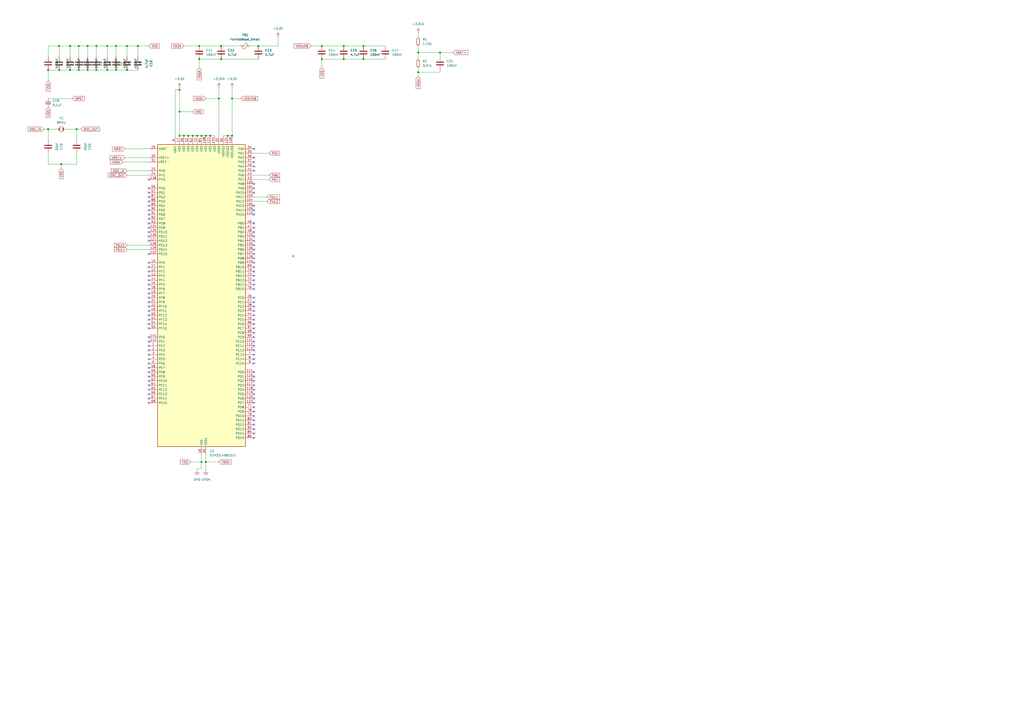
<source format=kicad_sch>
(kicad_sch (version 20230121) (generator eeschema)

  (uuid ddfb6021-f2b2-4675-b081-3e3df74fd27c)

  (paper "A2")

  (lib_symbols
    (symbol "Device:C" (pin_numbers hide) (pin_names (offset 0.254)) (in_bom yes) (on_board yes)
      (property "Reference" "C" (at 0.635 2.54 0)
        (effects (font (size 1.27 1.27)) (justify left))
      )
      (property "Value" "C" (at 0.635 -2.54 0)
        (effects (font (size 1.27 1.27)) (justify left))
      )
      (property "Footprint" "" (at 0.9652 -3.81 0)
        (effects (font (size 1.27 1.27)) hide)
      )
      (property "Datasheet" "~" (at 0 0 0)
        (effects (font (size 1.27 1.27)) hide)
      )
      (property "ki_keywords" "cap capacitor" (at 0 0 0)
        (effects (font (size 1.27 1.27)) hide)
      )
      (property "ki_description" "Unpolarized capacitor" (at 0 0 0)
        (effects (font (size 1.27 1.27)) hide)
      )
      (property "ki_fp_filters" "C_*" (at 0 0 0)
        (effects (font (size 1.27 1.27)) hide)
      )
      (symbol "C_0_1"
        (polyline
          (pts
            (xy -2.032 -0.762)
            (xy 2.032 -0.762)
          )
          (stroke (width 0.508) (type default))
          (fill (type none))
        )
        (polyline
          (pts
            (xy -2.032 0.762)
            (xy 2.032 0.762)
          )
          (stroke (width 0.508) (type default))
          (fill (type none))
        )
      )
      (symbol "C_1_1"
        (pin passive line (at 0 3.81 270) (length 2.794)
          (name "~" (effects (font (size 1.27 1.27))))
          (number "1" (effects (font (size 1.27 1.27))))
        )
        (pin passive line (at 0 -3.81 90) (length 2.794)
          (name "~" (effects (font (size 1.27 1.27))))
          (number "2" (effects (font (size 1.27 1.27))))
        )
      )
    )
    (symbol "Device:C_Small" (pin_numbers hide) (pin_names (offset 0.254) hide) (in_bom yes) (on_board yes)
      (property "Reference" "C" (at 0.254 1.778 0)
        (effects (font (size 1.27 1.27)) (justify left))
      )
      (property "Value" "C_Small" (at 0.254 -2.032 0)
        (effects (font (size 1.27 1.27)) (justify left))
      )
      (property "Footprint" "" (at 0 0 0)
        (effects (font (size 1.27 1.27)) hide)
      )
      (property "Datasheet" "~" (at 0 0 0)
        (effects (font (size 1.27 1.27)) hide)
      )
      (property "ki_keywords" "capacitor cap" (at 0 0 0)
        (effects (font (size 1.27 1.27)) hide)
      )
      (property "ki_description" "Unpolarized capacitor, small symbol" (at 0 0 0)
        (effects (font (size 1.27 1.27)) hide)
      )
      (property "ki_fp_filters" "C_*" (at 0 0 0)
        (effects (font (size 1.27 1.27)) hide)
      )
      (symbol "C_Small_0_1"
        (polyline
          (pts
            (xy -1.524 -0.508)
            (xy 1.524 -0.508)
          )
          (stroke (width 0.3302) (type default))
          (fill (type none))
        )
        (polyline
          (pts
            (xy -1.524 0.508)
            (xy 1.524 0.508)
          )
          (stroke (width 0.3048) (type default))
          (fill (type none))
        )
      )
      (symbol "C_Small_1_1"
        (pin passive line (at 0 2.54 270) (length 2.032)
          (name "~" (effects (font (size 1.27 1.27))))
          (number "1" (effects (font (size 1.27 1.27))))
        )
        (pin passive line (at 0 -2.54 90) (length 2.032)
          (name "~" (effects (font (size 1.27 1.27))))
          (number "2" (effects (font (size 1.27 1.27))))
        )
      )
    )
    (symbol "Device:Crystal_Small" (pin_numbers hide) (pin_names (offset 1.016) hide) (in_bom yes) (on_board yes)
      (property "Reference" "Y" (at 0 2.54 0)
        (effects (font (size 1.27 1.27)))
      )
      (property "Value" "Crystal_Small" (at 0 -2.54 0)
        (effects (font (size 1.27 1.27)))
      )
      (property "Footprint" "" (at 0 0 0)
        (effects (font (size 1.27 1.27)) hide)
      )
      (property "Datasheet" "~" (at 0 0 0)
        (effects (font (size 1.27 1.27)) hide)
      )
      (property "ki_keywords" "quartz ceramic resonator oscillator" (at 0 0 0)
        (effects (font (size 1.27 1.27)) hide)
      )
      (property "ki_description" "Two pin crystal, small symbol" (at 0 0 0)
        (effects (font (size 1.27 1.27)) hide)
      )
      (property "ki_fp_filters" "Crystal*" (at 0 0 0)
        (effects (font (size 1.27 1.27)) hide)
      )
      (symbol "Crystal_Small_0_1"
        (rectangle (start -0.762 -1.524) (end 0.762 1.524)
          (stroke (width 0) (type default))
          (fill (type none))
        )
        (polyline
          (pts
            (xy -1.27 -0.762)
            (xy -1.27 0.762)
          )
          (stroke (width 0.381) (type default))
          (fill (type none))
        )
        (polyline
          (pts
            (xy 1.27 -0.762)
            (xy 1.27 0.762)
          )
          (stroke (width 0.381) (type default))
          (fill (type none))
        )
      )
      (symbol "Crystal_Small_1_1"
        (pin passive line (at -2.54 0 0) (length 1.27)
          (name "1" (effects (font (size 1.27 1.27))))
          (number "1" (effects (font (size 1.27 1.27))))
        )
        (pin passive line (at 2.54 0 180) (length 1.27)
          (name "2" (effects (font (size 1.27 1.27))))
          (number "2" (effects (font (size 1.27 1.27))))
        )
      )
    )
    (symbol "Device:FerriteBead_Small" (pin_numbers hide) (pin_names (offset 0)) (in_bom yes) (on_board yes)
      (property "Reference" "FB" (at 1.905 1.27 0)
        (effects (font (size 1.27 1.27)) (justify left))
      )
      (property "Value" "FerriteBead_Small" (at 1.905 -1.27 0)
        (effects (font (size 1.27 1.27)) (justify left))
      )
      (property "Footprint" "" (at -1.778 0 90)
        (effects (font (size 1.27 1.27)) hide)
      )
      (property "Datasheet" "~" (at 0 0 0)
        (effects (font (size 1.27 1.27)) hide)
      )
      (property "ki_keywords" "L ferrite bead inductor filter" (at 0 0 0)
        (effects (font (size 1.27 1.27)) hide)
      )
      (property "ki_description" "Ferrite bead, small symbol" (at 0 0 0)
        (effects (font (size 1.27 1.27)) hide)
      )
      (property "ki_fp_filters" "Inductor_* L_* *Ferrite*" (at 0 0 0)
        (effects (font (size 1.27 1.27)) hide)
      )
      (symbol "FerriteBead_Small_0_1"
        (polyline
          (pts
            (xy 0 -1.27)
            (xy 0 -0.7874)
          )
          (stroke (width 0) (type default))
          (fill (type none))
        )
        (polyline
          (pts
            (xy 0 0.889)
            (xy 0 1.2954)
          )
          (stroke (width 0) (type default))
          (fill (type none))
        )
        (polyline
          (pts
            (xy -1.8288 0.2794)
            (xy -1.1176 1.4986)
            (xy 1.8288 -0.2032)
            (xy 1.1176 -1.4224)
            (xy -1.8288 0.2794)
          )
          (stroke (width 0) (type default))
          (fill (type none))
        )
      )
      (symbol "FerriteBead_Small_1_1"
        (pin passive line (at 0 2.54 270) (length 1.27)
          (name "~" (effects (font (size 1.27 1.27))))
          (number "1" (effects (font (size 1.27 1.27))))
        )
        (pin passive line (at 0 -2.54 90) (length 1.27)
          (name "~" (effects (font (size 1.27 1.27))))
          (number "2" (effects (font (size 1.27 1.27))))
        )
      )
    )
    (symbol "Device:R_Small" (pin_numbers hide) (pin_names (offset 0.254) hide) (in_bom yes) (on_board yes)
      (property "Reference" "R" (at 0.762 0.508 0)
        (effects (font (size 1.27 1.27)) (justify left))
      )
      (property "Value" "R_Small" (at 0.762 -1.016 0)
        (effects (font (size 1.27 1.27)) (justify left))
      )
      (property "Footprint" "" (at 0 0 0)
        (effects (font (size 1.27 1.27)) hide)
      )
      (property "Datasheet" "~" (at 0 0 0)
        (effects (font (size 1.27 1.27)) hide)
      )
      (property "ki_keywords" "R resistor" (at 0 0 0)
        (effects (font (size 1.27 1.27)) hide)
      )
      (property "ki_description" "Resistor, small symbol" (at 0 0 0)
        (effects (font (size 1.27 1.27)) hide)
      )
      (property "ki_fp_filters" "R_*" (at 0 0 0)
        (effects (font (size 1.27 1.27)) hide)
      )
      (symbol "R_Small_0_1"
        (rectangle (start -0.762 1.778) (end 0.762 -1.778)
          (stroke (width 0.2032) (type default))
          (fill (type none))
        )
      )
      (symbol "R_Small_1_1"
        (pin passive line (at 0 2.54 270) (length 0.762)
          (name "~" (effects (font (size 1.27 1.27))))
          (number "1" (effects (font (size 1.27 1.27))))
        )
        (pin passive line (at 0 -2.54 90) (length 0.762)
          (name "~" (effects (font (size 1.27 1.27))))
          (number "2" (effects (font (size 1.27 1.27))))
        )
      )
    )
    (symbol "MCU_ST_STM32L4:STM32L496ZGTx" (in_bom yes) (on_board yes)
      (property "Reference" "U" (at -25.4 90.17 0)
        (effects (font (size 1.27 1.27)) (justify left))
      )
      (property "Value" "STM32L496ZGTx" (at 20.32 90.17 0)
        (effects (font (size 1.27 1.27)) (justify left))
      )
      (property "Footprint" "Package_QFP:LQFP-144_20x20mm_P0.5mm" (at -25.4 -86.36 0)
        (effects (font (size 1.27 1.27)) (justify right) hide)
      )
      (property "Datasheet" "https://www.st.com/resource/en/datasheet/stm32l496zg.pdf" (at 0 0 0)
        (effects (font (size 1.27 1.27)) hide)
      )
      (property "ki_locked" "" (at 0 0 0)
        (effects (font (size 1.27 1.27)))
      )
      (property "ki_keywords" "Arm Cortex-M4 STM32L4 STM32L4x6" (at 0 0 0)
        (effects (font (size 1.27 1.27)) hide)
      )
      (property "ki_description" "STMicroelectronics Arm Cortex-M4 MCU, 1024KB flash, 320KB RAM, 80 MHz, 1.71-3.6V, 115 GPIO, LQFP144" (at 0 0 0)
        (effects (font (size 1.27 1.27)) hide)
      )
      (property "ki_fp_filters" "LQFP*20x20mm*P0.5mm*" (at 0 0 0)
        (effects (font (size 1.27 1.27)) hide)
      )
      (symbol "STM32L496ZGTx_0_1"
        (rectangle (start -25.4 -86.36) (end 25.4 88.9)
          (stroke (width 0.254) (type default))
          (fill (type background))
        )
      )
      (symbol "STM32L496ZGTx_1_1"
        (pin bidirectional line (at -30.48 -27.94 0) (length 5.08)
          (name "PE2" (effects (font (size 1.27 1.27))))
          (number "1" (effects (font (size 1.27 1.27))))
          (alternate "FMC_A23" bidirectional line)
          (alternate "LCD_SEG38" bidirectional line)
          (alternate "SAI1_MCLK_A" bidirectional line)
          (alternate "SYS_TRACECLK" bidirectional line)
          (alternate "TIM3_ETR" bidirectional line)
          (alternate "TSC_G7_IO1" bidirectional line)
        )
        (pin bidirectional line (at -30.48 20.32 0) (length 5.08)
          (name "PF0" (effects (font (size 1.27 1.27))))
          (number "10" (effects (font (size 1.27 1.27))))
          (alternate "FMC_A0" bidirectional line)
          (alternate "I2C2_SDA" bidirectional line)
        )
        (pin bidirectional line (at 30.48 66.04 180) (length 5.08)
          (name "PA8" (effects (font (size 1.27 1.27))))
          (number "100" (effects (font (size 1.27 1.27))))
          (alternate "LCD_COM0" bidirectional line)
          (alternate "LPTIM2_OUT" bidirectional line)
          (alternate "RCC_MCO" bidirectional line)
          (alternate "SAI1_SCK_A" bidirectional line)
          (alternate "SWPMI1_IO" bidirectional line)
          (alternate "TIM1_CH1" bidirectional line)
          (alternate "USART1_CK" bidirectional line)
          (alternate "USB_OTG_FS_SOF" bidirectional line)
        )
        (pin bidirectional line (at 30.48 63.5 180) (length 5.08)
          (name "PA9" (effects (font (size 1.27 1.27))))
          (number "101" (effects (font (size 1.27 1.27))))
          (alternate "DAC1_EXTI9" bidirectional line)
          (alternate "DCMI_D0" bidirectional line)
          (alternate "LCD_COM1" bidirectional line)
          (alternate "SAI1_FS_A" bidirectional line)
          (alternate "SPI2_SCK" bidirectional line)
          (alternate "TIM15_BKIN" bidirectional line)
          (alternate "TIM1_CH2" bidirectional line)
          (alternate "USART1_TX" bidirectional line)
          (alternate "USB_OTG_FS_VBUS" bidirectional line)
        )
        (pin bidirectional line (at 30.48 60.96 180) (length 5.08)
          (name "PA10" (effects (font (size 1.27 1.27))))
          (number "102" (effects (font (size 1.27 1.27))))
          (alternate "DCMI_D1" bidirectional line)
          (alternate "LCD_COM2" bidirectional line)
          (alternate "SAI1_SD_A" bidirectional line)
          (alternate "TIM17_BKIN" bidirectional line)
          (alternate "TIM1_CH3" bidirectional line)
          (alternate "USART1_RX" bidirectional line)
          (alternate "USB_OTG_FS_ID" bidirectional line)
        )
        (pin bidirectional line (at 30.48 58.42 180) (length 5.08)
          (name "PA11" (effects (font (size 1.27 1.27))))
          (number "103" (effects (font (size 1.27 1.27))))
          (alternate "ADC1_EXTI11" bidirectional line)
          (alternate "ADC2_EXTI11" bidirectional line)
          (alternate "ADC3_EXTI11" bidirectional line)
          (alternate "CAN1_RX" bidirectional line)
          (alternate "SPI1_MISO" bidirectional line)
          (alternate "TIM1_BKIN2" bidirectional line)
          (alternate "TIM1_BKIN2_COMP1" bidirectional line)
          (alternate "TIM1_CH4" bidirectional line)
          (alternate "USART1_CTS" bidirectional line)
          (alternate "USB_OTG_FS_DM" bidirectional line)
        )
        (pin bidirectional line (at 30.48 55.88 180) (length 5.08)
          (name "PA12" (effects (font (size 1.27 1.27))))
          (number "104" (effects (font (size 1.27 1.27))))
          (alternate "CAN1_TX" bidirectional line)
          (alternate "SPI1_MOSI" bidirectional line)
          (alternate "TIM1_ETR" bidirectional line)
          (alternate "USART1_DE" bidirectional line)
          (alternate "USART1_RTS" bidirectional line)
          (alternate "USB_OTG_FS_DP" bidirectional line)
        )
        (pin bidirectional line (at 30.48 53.34 180) (length 5.08)
          (name "PA13" (effects (font (size 1.27 1.27))))
          (number "105" (effects (font (size 1.27 1.27))))
          (alternate "IR_OUT" bidirectional line)
          (alternate "SAI1_SD_B" bidirectional line)
          (alternate "SWPMI1_TX" bidirectional line)
          (alternate "SYS_JTMS-SWDIO" bidirectional line)
          (alternate "USB_OTG_FS_NOE" bidirectional line)
        )
        (pin power_in line (at 17.78 93.98 270) (length 5.08)
          (name "VDDUSB" (effects (font (size 1.27 1.27))))
          (number "106" (effects (font (size 1.27 1.27))))
        )
        (pin passive line (at 0 -91.44 90) (length 5.08) hide
          (name "VSS" (effects (font (size 1.27 1.27))))
          (number "107" (effects (font (size 1.27 1.27))))
        )
        (pin power_in line (at 2.54 93.98 270) (length 5.08)
          (name "VDD" (effects (font (size 1.27 1.27))))
          (number "108" (effects (font (size 1.27 1.27))))
        )
        (pin bidirectional line (at 30.48 50.8 180) (length 5.08)
          (name "PA14" (effects (font (size 1.27 1.27))))
          (number "109" (effects (font (size 1.27 1.27))))
          (alternate "I2C1_SMBA" bidirectional line)
          (alternate "I2C4_SMBA" bidirectional line)
          (alternate "LPTIM1_OUT" bidirectional line)
          (alternate "SAI1_FS_B" bidirectional line)
          (alternate "SWPMI1_RX" bidirectional line)
          (alternate "SYS_JTCK-SWCLK" bidirectional line)
          (alternate "USB_OTG_FS_SOF" bidirectional line)
        )
        (pin bidirectional line (at -30.48 17.78 0) (length 5.08)
          (name "PF1" (effects (font (size 1.27 1.27))))
          (number "11" (effects (font (size 1.27 1.27))))
          (alternate "FMC_A1" bidirectional line)
          (alternate "I2C2_SCL" bidirectional line)
        )
        (pin bidirectional line (at 30.48 48.26 180) (length 5.08)
          (name "PA15" (effects (font (size 1.27 1.27))))
          (number "110" (effects (font (size 1.27 1.27))))
          (alternate "ADC1_EXTI15" bidirectional line)
          (alternate "ADC2_EXTI15" bidirectional line)
          (alternate "ADC3_EXTI15" bidirectional line)
          (alternate "LCD_SEG17" bidirectional line)
          (alternate "SAI2_FS_B" bidirectional line)
          (alternate "SPI1_NSS" bidirectional line)
          (alternate "SPI3_NSS" bidirectional line)
          (alternate "SWPMI1_SUSPEND" bidirectional line)
          (alternate "SYS_JTDI" bidirectional line)
          (alternate "TIM2_CH1" bidirectional line)
          (alternate "TIM2_ETR" bidirectional line)
          (alternate "TSC_G3_IO1" bidirectional line)
          (alternate "UART4_DE" bidirectional line)
          (alternate "UART4_RTS" bidirectional line)
          (alternate "USART2_RX" bidirectional line)
          (alternate "USART3_DE" bidirectional line)
          (alternate "USART3_RTS" bidirectional line)
        )
        (pin bidirectional line (at 30.48 -25.4 180) (length 5.08)
          (name "PC10" (effects (font (size 1.27 1.27))))
          (number "111" (effects (font (size 1.27 1.27))))
          (alternate "DCMI_D8" bidirectional line)
          (alternate "LCD_COM4" bidirectional line)
          (alternate "LCD_SEG28" bidirectional line)
          (alternate "LCD_SEG40" bidirectional line)
          (alternate "SAI2_SCK_B" bidirectional line)
          (alternate "SDMMC1_D2" bidirectional line)
          (alternate "SPI3_SCK" bidirectional line)
          (alternate "SYS_TRACED1" bidirectional line)
          (alternate "TSC_G3_IO2" bidirectional line)
          (alternate "UART4_TX" bidirectional line)
          (alternate "USART3_TX" bidirectional line)
        )
        (pin bidirectional line (at 30.48 -27.94 180) (length 5.08)
          (name "PC11" (effects (font (size 1.27 1.27))))
          (number "112" (effects (font (size 1.27 1.27))))
          (alternate "ADC1_EXTI11" bidirectional line)
          (alternate "ADC2_EXTI11" bidirectional line)
          (alternate "ADC3_EXTI11" bidirectional line)
          (alternate "DCMI_D4" bidirectional line)
          (alternate "LCD_COM5" bidirectional line)
          (alternate "LCD_SEG29" bidirectional line)
          (alternate "LCD_SEG41" bidirectional line)
          (alternate "QUADSPI_BK2_NCS" bidirectional line)
          (alternate "SAI2_MCLK_B" bidirectional line)
          (alternate "SDMMC1_D3" bidirectional line)
          (alternate "SPI3_MISO" bidirectional line)
          (alternate "TSC_G3_IO3" bidirectional line)
          (alternate "UART4_RX" bidirectional line)
          (alternate "USART3_RX" bidirectional line)
        )
        (pin bidirectional line (at 30.48 -30.48 180) (length 5.08)
          (name "PC12" (effects (font (size 1.27 1.27))))
          (number "113" (effects (font (size 1.27 1.27))))
          (alternate "DCMI_D9" bidirectional line)
          (alternate "LCD_COM6" bidirectional line)
          (alternate "LCD_SEG30" bidirectional line)
          (alternate "LCD_SEG42" bidirectional line)
          (alternate "SAI2_SD_B" bidirectional line)
          (alternate "SDMMC1_CK" bidirectional line)
          (alternate "SPI3_MOSI" bidirectional line)
          (alternate "SYS_TRACED3" bidirectional line)
          (alternate "TSC_G3_IO4" bidirectional line)
          (alternate "UART5_TX" bidirectional line)
          (alternate "USART3_CK" bidirectional line)
        )
        (pin bidirectional line (at 30.48 -43.18 180) (length 5.08)
          (name "PD0" (effects (font (size 1.27 1.27))))
          (number "114" (effects (font (size 1.27 1.27))))
          (alternate "CAN1_RX" bidirectional line)
          (alternate "DFSDM1_DATIN7" bidirectional line)
          (alternate "FMC_D2" bidirectional line)
          (alternate "FMC_DA2" bidirectional line)
          (alternate "SPI2_NSS" bidirectional line)
        )
        (pin bidirectional line (at 30.48 -45.72 180) (length 5.08)
          (name "PD1" (effects (font (size 1.27 1.27))))
          (number "115" (effects (font (size 1.27 1.27))))
          (alternate "CAN1_TX" bidirectional line)
          (alternate "DFSDM1_CKIN7" bidirectional line)
          (alternate "FMC_D3" bidirectional line)
          (alternate "FMC_DA3" bidirectional line)
          (alternate "SPI2_SCK" bidirectional line)
        )
        (pin bidirectional line (at 30.48 -48.26 180) (length 5.08)
          (name "PD2" (effects (font (size 1.27 1.27))))
          (number "116" (effects (font (size 1.27 1.27))))
          (alternate "DCMI_D11" bidirectional line)
          (alternate "LCD_COM7" bidirectional line)
          (alternate "LCD_SEG31" bidirectional line)
          (alternate "LCD_SEG43" bidirectional line)
          (alternate "SDMMC1_CMD" bidirectional line)
          (alternate "SYS_TRACED2" bidirectional line)
          (alternate "TIM3_ETR" bidirectional line)
          (alternate "TSC_SYNC" bidirectional line)
          (alternate "UART5_RX" bidirectional line)
          (alternate "USART3_DE" bidirectional line)
          (alternate "USART3_RTS" bidirectional line)
        )
        (pin bidirectional line (at 30.48 -50.8 180) (length 5.08)
          (name "PD3" (effects (font (size 1.27 1.27))))
          (number "117" (effects (font (size 1.27 1.27))))
          (alternate "DCMI_D5" bidirectional line)
          (alternate "DFSDM1_DATIN0" bidirectional line)
          (alternate "FMC_CLK" bidirectional line)
          (alternate "QUADSPI_BK2_NCS" bidirectional line)
          (alternate "SPI2_MISO" bidirectional line)
          (alternate "SPI2_SCK" bidirectional line)
          (alternate "USART2_CTS" bidirectional line)
        )
        (pin bidirectional line (at 30.48 -53.34 180) (length 5.08)
          (name "PD4" (effects (font (size 1.27 1.27))))
          (number "118" (effects (font (size 1.27 1.27))))
          (alternate "DFSDM1_CKIN0" bidirectional line)
          (alternate "FMC_NOE" bidirectional line)
          (alternate "QUADSPI_BK2_IO0" bidirectional line)
          (alternate "SPI2_MOSI" bidirectional line)
          (alternate "USART2_DE" bidirectional line)
          (alternate "USART2_RTS" bidirectional line)
        )
        (pin bidirectional line (at 30.48 -55.88 180) (length 5.08)
          (name "PD5" (effects (font (size 1.27 1.27))))
          (number "119" (effects (font (size 1.27 1.27))))
          (alternate "FMC_NWE" bidirectional line)
          (alternate "QUADSPI_BK2_IO1" bidirectional line)
          (alternate "USART2_TX" bidirectional line)
        )
        (pin bidirectional line (at -30.48 15.24 0) (length 5.08)
          (name "PF2" (effects (font (size 1.27 1.27))))
          (number "12" (effects (font (size 1.27 1.27))))
          (alternate "FMC_A2" bidirectional line)
          (alternate "I2C2_SMBA" bidirectional line)
        )
        (pin passive line (at 0 -91.44 90) (length 5.08) hide
          (name "VSS" (effects (font (size 1.27 1.27))))
          (number "120" (effects (font (size 1.27 1.27))))
        )
        (pin power_in line (at 5.08 93.98 270) (length 5.08)
          (name "VDD" (effects (font (size 1.27 1.27))))
          (number "121" (effects (font (size 1.27 1.27))))
        )
        (pin bidirectional line (at 30.48 -58.42 180) (length 5.08)
          (name "PD6" (effects (font (size 1.27 1.27))))
          (number "122" (effects (font (size 1.27 1.27))))
          (alternate "DCMI_D10" bidirectional line)
          (alternate "DFSDM1_DATIN1" bidirectional line)
          (alternate "FMC_NWAIT" bidirectional line)
          (alternate "QUADSPI_BK2_IO1" bidirectional line)
          (alternate "QUADSPI_BK2_IO2" bidirectional line)
          (alternate "SAI1_SD_A" bidirectional line)
          (alternate "USART2_RX" bidirectional line)
        )
        (pin bidirectional line (at 30.48 -60.96 180) (length 5.08)
          (name "PD7" (effects (font (size 1.27 1.27))))
          (number "123" (effects (font (size 1.27 1.27))))
          (alternate "DFSDM1_CKIN1" bidirectional line)
          (alternate "FMC_NE1" bidirectional line)
          (alternate "QUADSPI_BK2_IO3" bidirectional line)
          (alternate "USART2_CK" bidirectional line)
        )
        (pin bidirectional line (at -30.48 40.64 0) (length 5.08)
          (name "PG9" (effects (font (size 1.27 1.27))))
          (number "124" (effects (font (size 1.27 1.27))))
          (alternate "DAC1_EXTI9" bidirectional line)
          (alternate "FMC_NCE" bidirectional line)
          (alternate "FMC_NE2" bidirectional line)
          (alternate "SAI2_SCK_A" bidirectional line)
          (alternate "SPI3_SCK" bidirectional line)
          (alternate "TIM15_CH1N" bidirectional line)
          (alternate "USART1_TX" bidirectional line)
        )
        (pin bidirectional line (at -30.48 38.1 0) (length 5.08)
          (name "PG10" (effects (font (size 1.27 1.27))))
          (number "125" (effects (font (size 1.27 1.27))))
          (alternate "FMC_NE3" bidirectional line)
          (alternate "LPTIM1_IN1" bidirectional line)
          (alternate "SAI2_FS_A" bidirectional line)
          (alternate "SPI3_MISO" bidirectional line)
          (alternate "TIM15_CH1" bidirectional line)
          (alternate "USART1_RX" bidirectional line)
        )
        (pin bidirectional line (at -30.48 35.56 0) (length 5.08)
          (name "PG11" (effects (font (size 1.27 1.27))))
          (number "126" (effects (font (size 1.27 1.27))))
          (alternate "ADC1_EXTI11" bidirectional line)
          (alternate "ADC2_EXTI11" bidirectional line)
          (alternate "ADC3_EXTI11" bidirectional line)
          (alternate "LPTIM1_IN2" bidirectional line)
          (alternate "SAI2_MCLK_A" bidirectional line)
          (alternate "SPI3_MOSI" bidirectional line)
          (alternate "TIM15_CH2" bidirectional line)
          (alternate "USART1_CTS" bidirectional line)
        )
        (pin bidirectional line (at -30.48 33.02 0) (length 5.08)
          (name "PG12" (effects (font (size 1.27 1.27))))
          (number "127" (effects (font (size 1.27 1.27))))
          (alternate "FMC_NE4" bidirectional line)
          (alternate "LPTIM1_ETR" bidirectional line)
          (alternate "SAI2_SD_A" bidirectional line)
          (alternate "SPI3_NSS" bidirectional line)
          (alternate "USART1_DE" bidirectional line)
          (alternate "USART1_RTS" bidirectional line)
        )
        (pin bidirectional line (at -30.48 30.48 0) (length 5.08)
          (name "PG13" (effects (font (size 1.27 1.27))))
          (number "128" (effects (font (size 1.27 1.27))))
          (alternate "FMC_A24" bidirectional line)
          (alternate "I2C1_SDA" bidirectional line)
          (alternate "USART1_CK" bidirectional line)
        )
        (pin bidirectional line (at -30.48 27.94 0) (length 5.08)
          (name "PG14" (effects (font (size 1.27 1.27))))
          (number "129" (effects (font (size 1.27 1.27))))
          (alternate "FMC_A25" bidirectional line)
          (alternate "I2C1_SCL" bidirectional line)
        )
        (pin bidirectional line (at -30.48 12.7 0) (length 5.08)
          (name "PF3" (effects (font (size 1.27 1.27))))
          (number "13" (effects (font (size 1.27 1.27))))
          (alternate "ADC3_IN6" bidirectional line)
          (alternate "FMC_A3" bidirectional line)
        )
        (pin passive line (at 0 -91.44 90) (length 5.08) hide
          (name "VSS" (effects (font (size 1.27 1.27))))
          (number "130" (effects (font (size 1.27 1.27))))
        )
        (pin power_in line (at 15.24 93.98 270) (length 5.08)
          (name "VDDIO2" (effects (font (size 1.27 1.27))))
          (number "131" (effects (font (size 1.27 1.27))))
        )
        (pin bidirectional line (at -30.48 25.4 0) (length 5.08)
          (name "PG15" (effects (font (size 1.27 1.27))))
          (number "132" (effects (font (size 1.27 1.27))))
          (alternate "ADC1_EXTI15" bidirectional line)
          (alternate "ADC2_EXTI15" bidirectional line)
          (alternate "ADC3_EXTI15" bidirectional line)
          (alternate "DCMI_D13" bidirectional line)
          (alternate "I2C1_SMBA" bidirectional line)
          (alternate "LPTIM1_OUT" bidirectional line)
        )
        (pin bidirectional line (at 30.48 35.56 180) (length 5.08)
          (name "PB3" (effects (font (size 1.27 1.27))))
          (number "133" (effects (font (size 1.27 1.27))))
          (alternate "COMP2_INM" bidirectional line)
          (alternate "CRS_SYNC" bidirectional line)
          (alternate "LCD_SEG7" bidirectional line)
          (alternate "SAI1_SCK_B" bidirectional line)
          (alternate "SPI1_SCK" bidirectional line)
          (alternate "SPI3_SCK" bidirectional line)
          (alternate "SYS_JTDO-SWO" bidirectional line)
          (alternate "TIM2_CH2" bidirectional line)
          (alternate "USART1_DE" bidirectional line)
          (alternate "USART1_RTS" bidirectional line)
        )
        (pin bidirectional line (at 30.48 33.02 180) (length 5.08)
          (name "PB4" (effects (font (size 1.27 1.27))))
          (number "134" (effects (font (size 1.27 1.27))))
          (alternate "COMP2_INP" bidirectional line)
          (alternate "DCMI_D12" bidirectional line)
          (alternate "I2C3_SDA" bidirectional line)
          (alternate "LCD_SEG8" bidirectional line)
          (alternate "SAI1_MCLK_B" bidirectional line)
          (alternate "SPI1_MISO" bidirectional line)
          (alternate "SPI3_MISO" bidirectional line)
          (alternate "SYS_JTRST" bidirectional line)
          (alternate "TIM17_BKIN" bidirectional line)
          (alternate "TIM3_CH1" bidirectional line)
          (alternate "TSC_G2_IO1" bidirectional line)
          (alternate "UART5_DE" bidirectional line)
          (alternate "UART5_RTS" bidirectional line)
          (alternate "USART1_CTS" bidirectional line)
        )
        (pin bidirectional line (at 30.48 30.48 180) (length 5.08)
          (name "PB5" (effects (font (size 1.27 1.27))))
          (number "135" (effects (font (size 1.27 1.27))))
          (alternate "CAN2_RX" bidirectional line)
          (alternate "COMP2_OUT" bidirectional line)
          (alternate "DCMI_D10" bidirectional line)
          (alternate "I2C1_SMBA" bidirectional line)
          (alternate "LCD_SEG9" bidirectional line)
          (alternate "LPTIM1_IN1" bidirectional line)
          (alternate "SAI1_SD_B" bidirectional line)
          (alternate "SPI1_MOSI" bidirectional line)
          (alternate "SPI3_MOSI" bidirectional line)
          (alternate "TIM16_BKIN" bidirectional line)
          (alternate "TIM3_CH2" bidirectional line)
          (alternate "TSC_G2_IO2" bidirectional line)
          (alternate "UART5_CTS" bidirectional line)
          (alternate "USART1_CK" bidirectional line)
        )
        (pin bidirectional line (at 30.48 27.94 180) (length 5.08)
          (name "PB6" (effects (font (size 1.27 1.27))))
          (number "136" (effects (font (size 1.27 1.27))))
          (alternate "CAN2_TX" bidirectional line)
          (alternate "COMP2_INP" bidirectional line)
          (alternate "DCMI_D5" bidirectional line)
          (alternate "DFSDM1_DATIN5" bidirectional line)
          (alternate "I2C1_SCL" bidirectional line)
          (alternate "I2C4_SCL" bidirectional line)
          (alternate "LPTIM1_ETR" bidirectional line)
          (alternate "SAI1_FS_B" bidirectional line)
          (alternate "TIM16_CH1N" bidirectional line)
          (alternate "TIM4_CH1" bidirectional line)
          (alternate "TIM8_BKIN2" bidirectional line)
          (alternate "TIM8_BKIN2_COMP2" bidirectional line)
          (alternate "TSC_G2_IO3" bidirectional line)
          (alternate "USART1_TX" bidirectional line)
        )
        (pin bidirectional line (at 30.48 25.4 180) (length 5.08)
          (name "PB7" (effects (font (size 1.27 1.27))))
          (number "137" (effects (font (size 1.27 1.27))))
          (alternate "COMP2_INM" bidirectional line)
          (alternate "DCMI_VSYNC" bidirectional line)
          (alternate "DFSDM1_CKIN5" bidirectional line)
          (alternate "FMC_NL" bidirectional line)
          (alternate "I2C1_SDA" bidirectional line)
          (alternate "I2C4_SDA" bidirectional line)
          (alternate "LCD_SEG21" bidirectional line)
          (alternate "LPTIM1_IN2" bidirectional line)
          (alternate "SYS_PVD_IN" bidirectional line)
          (alternate "TIM17_CH1N" bidirectional line)
          (alternate "TIM4_CH2" bidirectional line)
          (alternate "TIM8_BKIN" bidirectional line)
          (alternate "TIM8_BKIN_COMP1" bidirectional line)
          (alternate "TSC_G2_IO4" bidirectional line)
          (alternate "UART4_CTS" bidirectional line)
          (alternate "USART1_RX" bidirectional line)
        )
        (pin bidirectional line (at -30.48 68.58 0) (length 5.08)
          (name "PH3" (effects (font (size 1.27 1.27))))
          (number "138" (effects (font (size 1.27 1.27))))
        )
        (pin bidirectional line (at 30.48 22.86 180) (length 5.08)
          (name "PB8" (effects (font (size 1.27 1.27))))
          (number "139" (effects (font (size 1.27 1.27))))
          (alternate "CAN1_RX" bidirectional line)
          (alternate "DCMI_D6" bidirectional line)
          (alternate "DFSDM1_DATIN6" bidirectional line)
          (alternate "I2C1_SCL" bidirectional line)
          (alternate "LCD_SEG16" bidirectional line)
          (alternate "SAI1_MCLK_A" bidirectional line)
          (alternate "SDMMC1_D4" bidirectional line)
          (alternate "TIM16_CH1" bidirectional line)
          (alternate "TIM4_CH3" bidirectional line)
        )
        (pin bidirectional line (at -30.48 10.16 0) (length 5.08)
          (name "PF4" (effects (font (size 1.27 1.27))))
          (number "14" (effects (font (size 1.27 1.27))))
          (alternate "ADC3_IN7" bidirectional line)
          (alternate "FMC_A4" bidirectional line)
        )
        (pin bidirectional line (at 30.48 20.32 180) (length 5.08)
          (name "PB9" (effects (font (size 1.27 1.27))))
          (number "140" (effects (font (size 1.27 1.27))))
          (alternate "CAN1_TX" bidirectional line)
          (alternate "DAC1_EXTI9" bidirectional line)
          (alternate "DCMI_D7" bidirectional line)
          (alternate "DFSDM1_CKIN6" bidirectional line)
          (alternate "I2C1_SDA" bidirectional line)
          (alternate "IR_OUT" bidirectional line)
          (alternate "LCD_COM3" bidirectional line)
          (alternate "SAI1_FS_A" bidirectional line)
          (alternate "SDMMC1_D5" bidirectional line)
          (alternate "SPI2_NSS" bidirectional line)
          (alternate "TIM17_CH1" bidirectional line)
          (alternate "TIM4_CH4" bidirectional line)
        )
        (pin bidirectional line (at -30.48 -22.86 0) (length 5.08)
          (name "PE0" (effects (font (size 1.27 1.27))))
          (number "141" (effects (font (size 1.27 1.27))))
          (alternate "DCMI_D2" bidirectional line)
          (alternate "FMC_NBL0" bidirectional line)
          (alternate "LCD_SEG36" bidirectional line)
          (alternate "TIM16_CH1" bidirectional line)
          (alternate "TIM4_ETR" bidirectional line)
        )
        (pin bidirectional line (at -30.48 -25.4 0) (length 5.08)
          (name "PE1" (effects (font (size 1.27 1.27))))
          (number "142" (effects (font (size 1.27 1.27))))
          (alternate "DCMI_D3" bidirectional line)
          (alternate "FMC_NBL1" bidirectional line)
          (alternate "LCD_SEG37" bidirectional line)
          (alternate "TIM17_CH1" bidirectional line)
        )
        (pin passive line (at 0 -91.44 90) (length 5.08) hide
          (name "VSS" (effects (font (size 1.27 1.27))))
          (number "143" (effects (font (size 1.27 1.27))))
        )
        (pin power_in line (at 7.62 93.98 270) (length 5.08)
          (name "VDD" (effects (font (size 1.27 1.27))))
          (number "144" (effects (font (size 1.27 1.27))))
        )
        (pin bidirectional line (at -30.48 7.62 0) (length 5.08)
          (name "PF5" (effects (font (size 1.27 1.27))))
          (number "15" (effects (font (size 1.27 1.27))))
          (alternate "ADC3_IN8" bidirectional line)
          (alternate "FMC_A5" bidirectional line)
        )
        (pin power_in line (at 0 -91.44 90) (length 5.08)
          (name "VSS" (effects (font (size 1.27 1.27))))
          (number "16" (effects (font (size 1.27 1.27))))
        )
        (pin power_in line (at -12.7 93.98 270) (length 5.08)
          (name "VDD" (effects (font (size 1.27 1.27))))
          (number "17" (effects (font (size 1.27 1.27))))
        )
        (pin bidirectional line (at -30.48 5.08 0) (length 5.08)
          (name "PF6" (effects (font (size 1.27 1.27))))
          (number "18" (effects (font (size 1.27 1.27))))
          (alternate "ADC3_IN9" bidirectional line)
          (alternate "QUADSPI_BK1_IO3" bidirectional line)
          (alternate "SAI1_SD_B" bidirectional line)
          (alternate "TIM5_CH1" bidirectional line)
          (alternate "TIM5_ETR" bidirectional line)
        )
        (pin bidirectional line (at -30.48 2.54 0) (length 5.08)
          (name "PF7" (effects (font (size 1.27 1.27))))
          (number "19" (effects (font (size 1.27 1.27))))
          (alternate "ADC3_IN10" bidirectional line)
          (alternate "QUADSPI_BK1_IO2" bidirectional line)
          (alternate "SAI1_MCLK_B" bidirectional line)
          (alternate "TIM5_CH2" bidirectional line)
        )
        (pin bidirectional line (at -30.48 -30.48 0) (length 5.08)
          (name "PE3" (effects (font (size 1.27 1.27))))
          (number "2" (effects (font (size 1.27 1.27))))
          (alternate "FMC_A19" bidirectional line)
          (alternate "LCD_SEG39" bidirectional line)
          (alternate "SAI1_SD_B" bidirectional line)
          (alternate "SYS_TRACED0" bidirectional line)
          (alternate "TIM3_CH1" bidirectional line)
          (alternate "TSC_G7_IO2" bidirectional line)
        )
        (pin bidirectional line (at -30.48 0 0) (length 5.08)
          (name "PF8" (effects (font (size 1.27 1.27))))
          (number "20" (effects (font (size 1.27 1.27))))
          (alternate "ADC3_IN11" bidirectional line)
          (alternate "QUADSPI_BK1_IO0" bidirectional line)
          (alternate "SAI1_SCK_B" bidirectional line)
          (alternate "TIM5_CH3" bidirectional line)
        )
        (pin bidirectional line (at -30.48 -2.54 0) (length 5.08)
          (name "PF9" (effects (font (size 1.27 1.27))))
          (number "21" (effects (font (size 1.27 1.27))))
          (alternate "ADC3_IN12" bidirectional line)
          (alternate "DAC1_EXTI9" bidirectional line)
          (alternate "QUADSPI_BK1_IO1" bidirectional line)
          (alternate "SAI1_FS_B" bidirectional line)
          (alternate "TIM15_CH1" bidirectional line)
          (alternate "TIM5_CH4" bidirectional line)
        )
        (pin bidirectional line (at -30.48 -5.08 0) (length 5.08)
          (name "PF10" (effects (font (size 1.27 1.27))))
          (number "22" (effects (font (size 1.27 1.27))))
          (alternate "ADC3_IN13" bidirectional line)
          (alternate "DCMI_D11" bidirectional line)
          (alternate "QUADSPI_CLK" bidirectional line)
          (alternate "TIM15_CH2" bidirectional line)
        )
        (pin bidirectional line (at -30.48 73.66 0) (length 5.08)
          (name "PH0" (effects (font (size 1.27 1.27))))
          (number "23" (effects (font (size 1.27 1.27))))
          (alternate "RCC_OSC_IN" bidirectional line)
        )
        (pin bidirectional line (at -30.48 71.12 0) (length 5.08)
          (name "PH1" (effects (font (size 1.27 1.27))))
          (number "24" (effects (font (size 1.27 1.27))))
          (alternate "RCC_OSC_OUT" bidirectional line)
        )
        (pin input line (at -30.48 86.36 0) (length 5.08)
          (name "NRST" (effects (font (size 1.27 1.27))))
          (number "25" (effects (font (size 1.27 1.27))))
        )
        (pin bidirectional line (at 30.48 0 180) (length 5.08)
          (name "PC0" (effects (font (size 1.27 1.27))))
          (number "26" (effects (font (size 1.27 1.27))))
          (alternate "ADC1_IN1" bidirectional line)
          (alternate "ADC2_IN1" bidirectional line)
          (alternate "ADC3_IN1" bidirectional line)
          (alternate "DFSDM1_DATIN4" bidirectional line)
          (alternate "I2C3_SCL" bidirectional line)
          (alternate "I2C4_SCL" bidirectional line)
          (alternate "LCD_SEG18" bidirectional line)
          (alternate "LPTIM1_IN1" bidirectional line)
          (alternate "LPTIM2_IN1" bidirectional line)
          (alternate "LPUART1_RX" bidirectional line)
        )
        (pin bidirectional line (at 30.48 -2.54 180) (length 5.08)
          (name "PC1" (effects (font (size 1.27 1.27))))
          (number "27" (effects (font (size 1.27 1.27))))
          (alternate "ADC1_IN2" bidirectional line)
          (alternate "ADC2_IN2" bidirectional line)
          (alternate "ADC3_IN2" bidirectional line)
          (alternate "DFSDM1_CKIN4" bidirectional line)
          (alternate "I2C3_SDA" bidirectional line)
          (alternate "I2C4_SDA" bidirectional line)
          (alternate "LCD_SEG19" bidirectional line)
          (alternate "LPTIM1_OUT" bidirectional line)
          (alternate "LPUART1_TX" bidirectional line)
          (alternate "QUADSPI_BK2_IO0" bidirectional line)
          (alternate "SAI1_SD_A" bidirectional line)
          (alternate "SPI2_MOSI" bidirectional line)
          (alternate "SYS_TRACED0" bidirectional line)
        )
        (pin bidirectional line (at 30.48 -5.08 180) (length 5.08)
          (name "PC2" (effects (font (size 1.27 1.27))))
          (number "28" (effects (font (size 1.27 1.27))))
          (alternate "ADC1_IN3" bidirectional line)
          (alternate "ADC2_IN3" bidirectional line)
          (alternate "ADC3_IN3" bidirectional line)
          (alternate "DFSDM1_CKOUT" bidirectional line)
          (alternate "LCD_SEG20" bidirectional line)
          (alternate "LPTIM1_IN2" bidirectional line)
          (alternate "QUADSPI_BK2_IO1" bidirectional line)
          (alternate "SPI2_MISO" bidirectional line)
        )
        (pin bidirectional line (at 30.48 -7.62 180) (length 5.08)
          (name "PC3" (effects (font (size 1.27 1.27))))
          (number "29" (effects (font (size 1.27 1.27))))
          (alternate "ADC1_IN4" bidirectional line)
          (alternate "ADC2_IN4" bidirectional line)
          (alternate "ADC3_IN4" bidirectional line)
          (alternate "LCD_VLCD" bidirectional line)
          (alternate "LPTIM1_ETR" bidirectional line)
          (alternate "LPTIM2_ETR" bidirectional line)
          (alternate "QUADSPI_BK2_IO2" bidirectional line)
          (alternate "SAI1_SD_A" bidirectional line)
          (alternate "SPI2_MOSI" bidirectional line)
        )
        (pin bidirectional line (at -30.48 -33.02 0) (length 5.08)
          (name "PE4" (effects (font (size 1.27 1.27))))
          (number "3" (effects (font (size 1.27 1.27))))
          (alternate "DCMI_D4" bidirectional line)
          (alternate "DFSDM1_DATIN3" bidirectional line)
          (alternate "FMC_A20" bidirectional line)
          (alternate "SAI1_FS_A" bidirectional line)
          (alternate "SYS_TRACED1" bidirectional line)
          (alternate "TIM3_CH2" bidirectional line)
          (alternate "TSC_G7_IO3" bidirectional line)
        )
        (pin power_in line (at 2.54 -91.44 90) (length 5.08)
          (name "VSSA" (effects (font (size 1.27 1.27))))
          (number "30" (effects (font (size 1.27 1.27))))
        )
        (pin input line (at -30.48 78.74 0) (length 5.08)
          (name "VREF-" (effects (font (size 1.27 1.27))))
          (number "31" (effects (font (size 1.27 1.27))))
        )
        (pin input line (at -30.48 81.28 0) (length 5.08)
          (name "VREF+" (effects (font (size 1.27 1.27))))
          (number "32" (effects (font (size 1.27 1.27))))
          (alternate "VREFBUF_OUT" bidirectional line)
        )
        (pin power_in line (at 10.16 93.98 270) (length 5.08)
          (name "VDDA" (effects (font (size 1.27 1.27))))
          (number "33" (effects (font (size 1.27 1.27))))
        )
        (pin bidirectional line (at 30.48 86.36 180) (length 5.08)
          (name "PA0" (effects (font (size 1.27 1.27))))
          (number "34" (effects (font (size 1.27 1.27))))
          (alternate "ADC1_IN5" bidirectional line)
          (alternate "ADC2_IN5" bidirectional line)
          (alternate "OPAMP1_VINP" bidirectional line)
          (alternate "RTC_TAMP2" bidirectional line)
          (alternate "SAI1_EXTCLK" bidirectional line)
          (alternate "SYS_WKUP1" bidirectional line)
          (alternate "TIM2_CH1" bidirectional line)
          (alternate "TIM2_ETR" bidirectional line)
          (alternate "TIM5_CH1" bidirectional line)
          (alternate "TIM8_ETR" bidirectional line)
          (alternate "UART4_TX" bidirectional line)
          (alternate "USART2_CTS" bidirectional line)
        )
        (pin bidirectional line (at 30.48 83.82 180) (length 5.08)
          (name "PA1" (effects (font (size 1.27 1.27))))
          (number "35" (effects (font (size 1.27 1.27))))
          (alternate "ADC1_IN6" bidirectional line)
          (alternate "ADC2_IN6" bidirectional line)
          (alternate "I2C1_SMBA" bidirectional line)
          (alternate "LCD_SEG0" bidirectional line)
          (alternate "OPAMP1_VINM" bidirectional line)
          (alternate "SPI1_SCK" bidirectional line)
          (alternate "TIM15_CH1N" bidirectional line)
          (alternate "TIM2_CH2" bidirectional line)
          (alternate "TIM5_CH2" bidirectional line)
          (alternate "UART4_RX" bidirectional line)
          (alternate "USART2_DE" bidirectional line)
          (alternate "USART2_RTS" bidirectional line)
        )
        (pin bidirectional line (at 30.48 81.28 180) (length 5.08)
          (name "PA2" (effects (font (size 1.27 1.27))))
          (number "36" (effects (font (size 1.27 1.27))))
          (alternate "ADC1_IN7" bidirectional line)
          (alternate "ADC2_IN7" bidirectional line)
          (alternate "LCD_SEG1" bidirectional line)
          (alternate "LPUART1_TX" bidirectional line)
          (alternate "QUADSPI_BK1_NCS" bidirectional line)
          (alternate "RCC_LSCO" bidirectional line)
          (alternate "SAI2_EXTCLK" bidirectional line)
          (alternate "SYS_WKUP4" bidirectional line)
          (alternate "TIM15_CH1" bidirectional line)
          (alternate "TIM2_CH3" bidirectional line)
          (alternate "TIM5_CH3" bidirectional line)
          (alternate "USART2_TX" bidirectional line)
        )
        (pin bidirectional line (at 30.48 78.74 180) (length 5.08)
          (name "PA3" (effects (font (size 1.27 1.27))))
          (number "37" (effects (font (size 1.27 1.27))))
          (alternate "ADC1_IN8" bidirectional line)
          (alternate "ADC2_IN8" bidirectional line)
          (alternate "LCD_SEG2" bidirectional line)
          (alternate "LPUART1_RX" bidirectional line)
          (alternate "OPAMP1_VOUT" bidirectional line)
          (alternate "QUADSPI_CLK" bidirectional line)
          (alternate "SAI1_MCLK_A" bidirectional line)
          (alternate "TIM15_CH2" bidirectional line)
          (alternate "TIM2_CH4" bidirectional line)
          (alternate "TIM5_CH4" bidirectional line)
          (alternate "USART2_RX" bidirectional line)
        )
        (pin passive line (at 0 -91.44 90) (length 5.08) hide
          (name "VSS" (effects (font (size 1.27 1.27))))
          (number "38" (effects (font (size 1.27 1.27))))
        )
        (pin power_in line (at -10.16 93.98 270) (length 5.08)
          (name "VDD" (effects (font (size 1.27 1.27))))
          (number "39" (effects (font (size 1.27 1.27))))
        )
        (pin bidirectional line (at -30.48 -35.56 0) (length 5.08)
          (name "PE5" (effects (font (size 1.27 1.27))))
          (number "4" (effects (font (size 1.27 1.27))))
          (alternate "DCMI_D6" bidirectional line)
          (alternate "DFSDM1_CKIN3" bidirectional line)
          (alternate "FMC_A21" bidirectional line)
          (alternate "SAI1_SCK_A" bidirectional line)
          (alternate "SYS_TRACED2" bidirectional line)
          (alternate "TIM3_CH3" bidirectional line)
          (alternate "TSC_G7_IO4" bidirectional line)
        )
        (pin bidirectional line (at 30.48 76.2 180) (length 5.08)
          (name "PA4" (effects (font (size 1.27 1.27))))
          (number "40" (effects (font (size 1.27 1.27))))
          (alternate "ADC1_IN9" bidirectional line)
          (alternate "ADC2_IN9" bidirectional line)
          (alternate "DAC1_OUT1" bidirectional line)
          (alternate "DCMI_HSYNC" bidirectional line)
          (alternate "LPTIM2_OUT" bidirectional line)
          (alternate "SAI1_FS_B" bidirectional line)
          (alternate "SPI1_NSS" bidirectional line)
          (alternate "SPI3_NSS" bidirectional line)
          (alternate "USART2_CK" bidirectional line)
        )
        (pin bidirectional line (at 30.48 73.66 180) (length 5.08)
          (name "PA5" (effects (font (size 1.27 1.27))))
          (number "41" (effects (font (size 1.27 1.27))))
          (alternate "ADC1_IN10" bidirectional line)
          (alternate "ADC2_IN10" bidirectional line)
          (alternate "DAC1_OUT2" bidirectional line)
          (alternate "LPTIM2_ETR" bidirectional line)
          (alternate "SPI1_SCK" bidirectional line)
          (alternate "TIM2_CH1" bidirectional line)
          (alternate "TIM2_ETR" bidirectional line)
          (alternate "TIM8_CH1N" bidirectional line)
        )
        (pin bidirectional line (at 30.48 71.12 180) (length 5.08)
          (name "PA6" (effects (font (size 1.27 1.27))))
          (number "42" (effects (font (size 1.27 1.27))))
          (alternate "ADC1_IN11" bidirectional line)
          (alternate "ADC2_IN11" bidirectional line)
          (alternate "DCMI_PIXCLK" bidirectional line)
          (alternate "LCD_SEG3" bidirectional line)
          (alternate "LPUART1_CTS" bidirectional line)
          (alternate "OPAMP2_VINP" bidirectional line)
          (alternate "QUADSPI_BK1_IO3" bidirectional line)
          (alternate "SPI1_MISO" bidirectional line)
          (alternate "TIM16_CH1" bidirectional line)
          (alternate "TIM1_BKIN" bidirectional line)
          (alternate "TIM1_BKIN_COMP2" bidirectional line)
          (alternate "TIM3_CH1" bidirectional line)
          (alternate "TIM8_BKIN" bidirectional line)
          (alternate "TIM8_BKIN_COMP2" bidirectional line)
          (alternate "USART3_CTS" bidirectional line)
        )
        (pin bidirectional line (at 30.48 68.58 180) (length 5.08)
          (name "PA7" (effects (font (size 1.27 1.27))))
          (number "43" (effects (font (size 1.27 1.27))))
          (alternate "ADC1_IN12" bidirectional line)
          (alternate "ADC2_IN12" bidirectional line)
          (alternate "I2C3_SCL" bidirectional line)
          (alternate "LCD_SEG4" bidirectional line)
          (alternate "OPAMP2_VINM" bidirectional line)
          (alternate "QUADSPI_BK1_IO2" bidirectional line)
          (alternate "SPI1_MOSI" bidirectional line)
          (alternate "TIM17_CH1" bidirectional line)
          (alternate "TIM1_CH1N" bidirectional line)
          (alternate "TIM3_CH2" bidirectional line)
          (alternate "TIM8_CH1N" bidirectional line)
        )
        (pin bidirectional line (at 30.48 -10.16 180) (length 5.08)
          (name "PC4" (effects (font (size 1.27 1.27))))
          (number "44" (effects (font (size 1.27 1.27))))
          (alternate "ADC1_IN13" bidirectional line)
          (alternate "ADC2_IN13" bidirectional line)
          (alternate "COMP1_INM" bidirectional line)
          (alternate "LCD_SEG22" bidirectional line)
          (alternate "QUADSPI_BK2_IO3" bidirectional line)
          (alternate "USART3_TX" bidirectional line)
        )
        (pin bidirectional line (at 30.48 -12.7 180) (length 5.08)
          (name "PC5" (effects (font (size 1.27 1.27))))
          (number "45" (effects (font (size 1.27 1.27))))
          (alternate "ADC1_IN14" bidirectional line)
          (alternate "ADC2_IN14" bidirectional line)
          (alternate "COMP1_INP" bidirectional line)
          (alternate "LCD_SEG23" bidirectional line)
          (alternate "SYS_WKUP5" bidirectional line)
          (alternate "USART3_RX" bidirectional line)
        )
        (pin bidirectional line (at 30.48 43.18 180) (length 5.08)
          (name "PB0" (effects (font (size 1.27 1.27))))
          (number "46" (effects (font (size 1.27 1.27))))
          (alternate "ADC1_IN15" bidirectional line)
          (alternate "ADC2_IN15" bidirectional line)
          (alternate "COMP1_OUT" bidirectional line)
          (alternate "LCD_SEG5" bidirectional line)
          (alternate "OPAMP2_VOUT" bidirectional line)
          (alternate "QUADSPI_BK1_IO1" bidirectional line)
          (alternate "SAI1_EXTCLK" bidirectional line)
          (alternate "SPI1_NSS" bidirectional line)
          (alternate "TIM1_CH2N" bidirectional line)
          (alternate "TIM3_CH3" bidirectional line)
          (alternate "TIM8_CH2N" bidirectional line)
          (alternate "USART3_CK" bidirectional line)
        )
        (pin bidirectional line (at 30.48 40.64 180) (length 5.08)
          (name "PB1" (effects (font (size 1.27 1.27))))
          (number "47" (effects (font (size 1.27 1.27))))
          (alternate "ADC1_IN16" bidirectional line)
          (alternate "ADC2_IN16" bidirectional line)
          (alternate "COMP1_INM" bidirectional line)
          (alternate "DFSDM1_DATIN0" bidirectional line)
          (alternate "LCD_SEG6" bidirectional line)
          (alternate "LPTIM2_IN1" bidirectional line)
          (alternate "LPUART1_DE" bidirectional line)
          (alternate "LPUART1_RTS" bidirectional line)
          (alternate "QUADSPI_BK1_IO0" bidirectional line)
          (alternate "TIM1_CH3N" bidirectional line)
          (alternate "TIM3_CH4" bidirectional line)
          (alternate "TIM8_CH3N" bidirectional line)
          (alternate "USART3_DE" bidirectional line)
          (alternate "USART3_RTS" bidirectional line)
        )
        (pin bidirectional line (at 30.48 38.1 180) (length 5.08)
          (name "PB2" (effects (font (size 1.27 1.27))))
          (number "48" (effects (font (size 1.27 1.27))))
          (alternate "COMP1_INP" bidirectional line)
          (alternate "DFSDM1_CKIN0" bidirectional line)
          (alternate "I2C3_SMBA" bidirectional line)
          (alternate "LCD_VLCD" bidirectional line)
          (alternate "LPTIM1_OUT" bidirectional line)
          (alternate "RTC_OUT_ALARM" bidirectional line)
          (alternate "RTC_OUT_CALIB" bidirectional line)
        )
        (pin bidirectional line (at -30.48 -7.62 0) (length 5.08)
          (name "PF11" (effects (font (size 1.27 1.27))))
          (number "49" (effects (font (size 1.27 1.27))))
          (alternate "ADC1_EXTI11" bidirectional line)
          (alternate "ADC2_EXTI11" bidirectional line)
          (alternate "ADC3_EXTI11" bidirectional line)
          (alternate "DCMI_D12" bidirectional line)
        )
        (pin bidirectional line (at -30.48 -38.1 0) (length 5.08)
          (name "PE6" (effects (font (size 1.27 1.27))))
          (number "5" (effects (font (size 1.27 1.27))))
          (alternate "DCMI_D7" bidirectional line)
          (alternate "FMC_A22" bidirectional line)
          (alternate "RTC_TAMP3" bidirectional line)
          (alternate "SAI1_SD_A" bidirectional line)
          (alternate "SYS_TRACED3" bidirectional line)
          (alternate "SYS_WKUP3" bidirectional line)
          (alternate "TIM3_CH4" bidirectional line)
        )
        (pin bidirectional line (at -30.48 -10.16 0) (length 5.08)
          (name "PF12" (effects (font (size 1.27 1.27))))
          (number "50" (effects (font (size 1.27 1.27))))
          (alternate "FMC_A6" bidirectional line)
        )
        (pin passive line (at 0 -91.44 90) (length 5.08) hide
          (name "VSS" (effects (font (size 1.27 1.27))))
          (number "51" (effects (font (size 1.27 1.27))))
        )
        (pin power_in line (at -7.62 93.98 270) (length 5.08)
          (name "VDD" (effects (font (size 1.27 1.27))))
          (number "52" (effects (font (size 1.27 1.27))))
        )
        (pin bidirectional line (at -30.48 -12.7 0) (length 5.08)
          (name "PF13" (effects (font (size 1.27 1.27))))
          (number "53" (effects (font (size 1.27 1.27))))
          (alternate "DFSDM1_DATIN6" bidirectional line)
          (alternate "FMC_A7" bidirectional line)
          (alternate "I2C4_SMBA" bidirectional line)
        )
        (pin bidirectional line (at -30.48 -15.24 0) (length 5.08)
          (name "PF14" (effects (font (size 1.27 1.27))))
          (number "54" (effects (font (size 1.27 1.27))))
          (alternate "DFSDM1_CKIN6" bidirectional line)
          (alternate "FMC_A8" bidirectional line)
          (alternate "I2C4_SCL" bidirectional line)
          (alternate "TSC_G8_IO1" bidirectional line)
        )
        (pin bidirectional line (at -30.48 -17.78 0) (length 5.08)
          (name "PF15" (effects (font (size 1.27 1.27))))
          (number "55" (effects (font (size 1.27 1.27))))
          (alternate "ADC1_EXTI15" bidirectional line)
          (alternate "ADC2_EXTI15" bidirectional line)
          (alternate "ADC3_EXTI15" bidirectional line)
          (alternate "FMC_A9" bidirectional line)
          (alternate "I2C4_SDA" bidirectional line)
          (alternate "TSC_G8_IO2" bidirectional line)
        )
        (pin bidirectional line (at -30.48 63.5 0) (length 5.08)
          (name "PG0" (effects (font (size 1.27 1.27))))
          (number "56" (effects (font (size 1.27 1.27))))
          (alternate "FMC_A10" bidirectional line)
          (alternate "TSC_G8_IO3" bidirectional line)
        )
        (pin bidirectional line (at -30.48 60.96 0) (length 5.08)
          (name "PG1" (effects (font (size 1.27 1.27))))
          (number "57" (effects (font (size 1.27 1.27))))
          (alternate "FMC_A11" bidirectional line)
          (alternate "TSC_G8_IO4" bidirectional line)
        )
        (pin bidirectional line (at -30.48 -40.64 0) (length 5.08)
          (name "PE7" (effects (font (size 1.27 1.27))))
          (number "58" (effects (font (size 1.27 1.27))))
          (alternate "DFSDM1_DATIN2" bidirectional line)
          (alternate "FMC_D4" bidirectional line)
          (alternate "FMC_DA4" bidirectional line)
          (alternate "SAI1_SD_B" bidirectional line)
          (alternate "TIM1_ETR" bidirectional line)
        )
        (pin bidirectional line (at -30.48 -43.18 0) (length 5.08)
          (name "PE8" (effects (font (size 1.27 1.27))))
          (number "59" (effects (font (size 1.27 1.27))))
          (alternate "DFSDM1_CKIN2" bidirectional line)
          (alternate "FMC_D5" bidirectional line)
          (alternate "FMC_DA5" bidirectional line)
          (alternate "SAI1_SCK_B" bidirectional line)
          (alternate "TIM1_CH1N" bidirectional line)
        )
        (pin power_in line (at -15.24 93.98 270) (length 5.08)
          (name "VBAT" (effects (font (size 1.27 1.27))))
          (number "6" (effects (font (size 1.27 1.27))))
        )
        (pin bidirectional line (at -30.48 -45.72 0) (length 5.08)
          (name "PE9" (effects (font (size 1.27 1.27))))
          (number "60" (effects (font (size 1.27 1.27))))
          (alternate "DAC1_EXTI9" bidirectional line)
          (alternate "DFSDM1_CKOUT" bidirectional line)
          (alternate "FMC_D6" bidirectional line)
          (alternate "FMC_DA6" bidirectional line)
          (alternate "SAI1_FS_B" bidirectional line)
          (alternate "TIM1_CH1" bidirectional line)
        )
        (pin passive line (at 0 -91.44 90) (length 5.08) hide
          (name "VSS" (effects (font (size 1.27 1.27))))
          (number "61" (effects (font (size 1.27 1.27))))
        )
        (pin power_in line (at -5.08 93.98 270) (length 5.08)
          (name "VDD" (effects (font (size 1.27 1.27))))
          (number "62" (effects (font (size 1.27 1.27))))
        )
        (pin bidirectional line (at -30.48 -48.26 0) (length 5.08)
          (name "PE10" (effects (font (size 1.27 1.27))))
          (number "63" (effects (font (size 1.27 1.27))))
          (alternate "DFSDM1_DATIN4" bidirectional line)
          (alternate "FMC_D7" bidirectional line)
          (alternate "FMC_DA7" bidirectional line)
          (alternate "QUADSPI_CLK" bidirectional line)
          (alternate "SAI1_MCLK_B" bidirectional line)
          (alternate "TIM1_CH2N" bidirectional line)
          (alternate "TSC_G5_IO1" bidirectional line)
        )
        (pin bidirectional line (at -30.48 -50.8 0) (length 5.08)
          (name "PE11" (effects (font (size 1.27 1.27))))
          (number "64" (effects (font (size 1.27 1.27))))
          (alternate "ADC1_EXTI11" bidirectional line)
          (alternate "ADC2_EXTI11" bidirectional line)
          (alternate "ADC3_EXTI11" bidirectional line)
          (alternate "DFSDM1_CKIN4" bidirectional line)
          (alternate "FMC_D8" bidirectional line)
          (alternate "FMC_DA8" bidirectional line)
          (alternate "QUADSPI_BK1_NCS" bidirectional line)
          (alternate "TIM1_CH2" bidirectional line)
          (alternate "TSC_G5_IO2" bidirectional line)
        )
        (pin bidirectional line (at -30.48 -53.34 0) (length 5.08)
          (name "PE12" (effects (font (size 1.27 1.27))))
          (number "65" (effects (font (size 1.27 1.27))))
          (alternate "DFSDM1_DATIN5" bidirectional line)
          (alternate "FMC_D9" bidirectional line)
          (alternate "FMC_DA9" bidirectional line)
          (alternate "QUADSPI_BK1_IO0" bidirectional line)
          (alternate "SPI1_NSS" bidirectional line)
          (alternate "TIM1_CH3N" bidirectional line)
          (alternate "TSC_G5_IO3" bidirectional line)
        )
        (pin bidirectional line (at -30.48 -55.88 0) (length 5.08)
          (name "PE13" (effects (font (size 1.27 1.27))))
          (number "66" (effects (font (size 1.27 1.27))))
          (alternate "DFSDM1_CKIN5" bidirectional line)
          (alternate "FMC_D10" bidirectional line)
          (alternate "FMC_DA10" bidirectional line)
          (alternate "QUADSPI_BK1_IO1" bidirectional line)
          (alternate "SPI1_SCK" bidirectional line)
          (alternate "TIM1_CH3" bidirectional line)
          (alternate "TSC_G5_IO4" bidirectional line)
        )
        (pin bidirectional line (at -30.48 -58.42 0) (length 5.08)
          (name "PE14" (effects (font (size 1.27 1.27))))
          (number "67" (effects (font (size 1.27 1.27))))
          (alternate "FMC_D11" bidirectional line)
          (alternate "FMC_DA11" bidirectional line)
          (alternate "QUADSPI_BK1_IO2" bidirectional line)
          (alternate "SPI1_MISO" bidirectional line)
          (alternate "TIM1_BKIN2" bidirectional line)
          (alternate "TIM1_BKIN2_COMP2" bidirectional line)
          (alternate "TIM1_CH4" bidirectional line)
        )
        (pin bidirectional line (at -30.48 -60.96 0) (length 5.08)
          (name "PE15" (effects (font (size 1.27 1.27))))
          (number "68" (effects (font (size 1.27 1.27))))
          (alternate "ADC1_EXTI15" bidirectional line)
          (alternate "ADC2_EXTI15" bidirectional line)
          (alternate "ADC3_EXTI15" bidirectional line)
          (alternate "FMC_D12" bidirectional line)
          (alternate "FMC_DA12" bidirectional line)
          (alternate "QUADSPI_BK1_IO3" bidirectional line)
          (alternate "SPI1_MOSI" bidirectional line)
          (alternate "TIM1_BKIN" bidirectional line)
          (alternate "TIM1_BKIN_COMP1" bidirectional line)
        )
        (pin bidirectional line (at 30.48 17.78 180) (length 5.08)
          (name "PB10" (effects (font (size 1.27 1.27))))
          (number "69" (effects (font (size 1.27 1.27))))
          (alternate "COMP1_OUT" bidirectional line)
          (alternate "DFSDM1_DATIN7" bidirectional line)
          (alternate "I2C2_SCL" bidirectional line)
          (alternate "I2C4_SCL" bidirectional line)
          (alternate "LCD_SEG10" bidirectional line)
          (alternate "LPUART1_RX" bidirectional line)
          (alternate "QUADSPI_CLK" bidirectional line)
          (alternate "SAI1_SCK_A" bidirectional line)
          (alternate "SPI2_SCK" bidirectional line)
          (alternate "TIM2_CH3" bidirectional line)
          (alternate "TSC_SYNC" bidirectional line)
          (alternate "USART3_TX" bidirectional line)
        )
        (pin bidirectional line (at 30.48 -33.02 180) (length 5.08)
          (name "PC13" (effects (font (size 1.27 1.27))))
          (number "7" (effects (font (size 1.27 1.27))))
          (alternate "RTC_OUT_ALARM" bidirectional line)
          (alternate "RTC_OUT_CALIB" bidirectional line)
          (alternate "RTC_TAMP1" bidirectional line)
          (alternate "RTC_TS" bidirectional line)
          (alternate "SYS_WKUP2" bidirectional line)
        )
        (pin bidirectional line (at 30.48 15.24 180) (length 5.08)
          (name "PB11" (effects (font (size 1.27 1.27))))
          (number "70" (effects (font (size 1.27 1.27))))
          (alternate "ADC1_EXTI11" bidirectional line)
          (alternate "ADC2_EXTI11" bidirectional line)
          (alternate "ADC3_EXTI11" bidirectional line)
          (alternate "COMP2_OUT" bidirectional line)
          (alternate "DFSDM1_CKIN7" bidirectional line)
          (alternate "I2C2_SDA" bidirectional line)
          (alternate "I2C4_SDA" bidirectional line)
          (alternate "LCD_SEG11" bidirectional line)
          (alternate "LPUART1_TX" bidirectional line)
          (alternate "QUADSPI_BK1_NCS" bidirectional line)
          (alternate "TIM2_CH4" bidirectional line)
          (alternate "USART3_RX" bidirectional line)
        )
        (pin passive line (at 0 -91.44 90) (length 5.08) hide
          (name "VSS" (effects (font (size 1.27 1.27))))
          (number "71" (effects (font (size 1.27 1.27))))
        )
        (pin power_in line (at -2.54 93.98 270) (length 5.08)
          (name "VDD" (effects (font (size 1.27 1.27))))
          (number "72" (effects (font (size 1.27 1.27))))
        )
        (pin bidirectional line (at 30.48 12.7 180) (length 5.08)
          (name "PB12" (effects (font (size 1.27 1.27))))
          (number "73" (effects (font (size 1.27 1.27))))
          (alternate "CAN2_RX" bidirectional line)
          (alternate "DFSDM1_DATIN1" bidirectional line)
          (alternate "I2C2_SMBA" bidirectional line)
          (alternate "LCD_SEG12" bidirectional line)
          (alternate "LPUART1_DE" bidirectional line)
          (alternate "LPUART1_RTS" bidirectional line)
          (alternate "SAI2_FS_A" bidirectional line)
          (alternate "SPI2_NSS" bidirectional line)
          (alternate "SWPMI1_IO" bidirectional line)
          (alternate "TIM15_BKIN" bidirectional line)
          (alternate "TIM1_BKIN" bidirectional line)
          (alternate "TIM1_BKIN_COMP2" bidirectional line)
          (alternate "TSC_G1_IO1" bidirectional line)
          (alternate "USART3_CK" bidirectional line)
        )
        (pin bidirectional line (at 30.48 10.16 180) (length 5.08)
          (name "PB13" (effects (font (size 1.27 1.27))))
          (number "74" (effects (font (size 1.27 1.27))))
          (alternate "CAN2_TX" bidirectional line)
          (alternate "DFSDM1_CKIN1" bidirectional line)
          (alternate "I2C2_SCL" bidirectional line)
          (alternate "LCD_SEG13" bidirectional line)
          (alternate "LPUART1_CTS" bidirectional line)
          (alternate "SAI2_SCK_A" bidirectional line)
          (alternate "SPI2_SCK" bidirectional line)
          (alternate "SWPMI1_TX" bidirectional line)
          (alternate "TIM15_CH1N" bidirectional line)
          (alternate "TIM1_CH1N" bidirectional line)
          (alternate "TSC_G1_IO2" bidirectional line)
          (alternate "USART3_CTS" bidirectional line)
        )
        (pin bidirectional line (at 30.48 7.62 180) (length 5.08)
          (name "PB14" (effects (font (size 1.27 1.27))))
          (number "75" (effects (font (size 1.27 1.27))))
          (alternate "DFSDM1_DATIN2" bidirectional line)
          (alternate "I2C2_SDA" bidirectional line)
          (alternate "LCD_SEG14" bidirectional line)
          (alternate "SAI2_MCLK_A" bidirectional line)
          (alternate "SPI2_MISO" bidirectional line)
          (alternate "SWPMI1_RX" bidirectional line)
          (alternate "TIM15_CH1" bidirectional line)
          (alternate "TIM1_CH2N" bidirectional line)
          (alternate "TIM8_CH2N" bidirectional line)
          (alternate "TSC_G1_IO3" bidirectional line)
          (alternate "USART3_DE" bidirectional line)
          (alternate "USART3_RTS" bidirectional line)
        )
        (pin bidirectional line (at 30.48 5.08 180) (length 5.08)
          (name "PB15" (effects (font (size 1.27 1.27))))
          (number "76" (effects (font (size 1.27 1.27))))
          (alternate "ADC1_EXTI15" bidirectional line)
          (alternate "ADC2_EXTI15" bidirectional line)
          (alternate "ADC3_EXTI15" bidirectional line)
          (alternate "DFSDM1_CKIN2" bidirectional line)
          (alternate "LCD_SEG15" bidirectional line)
          (alternate "RTC_REFIN" bidirectional line)
          (alternate "SAI2_SD_A" bidirectional line)
          (alternate "SPI2_MOSI" bidirectional line)
          (alternate "SWPMI1_SUSPEND" bidirectional line)
          (alternate "TIM15_CH2" bidirectional line)
          (alternate "TIM1_CH3N" bidirectional line)
          (alternate "TIM8_CH3N" bidirectional line)
          (alternate "TSC_G1_IO4" bidirectional line)
        )
        (pin bidirectional line (at 30.48 -63.5 180) (length 5.08)
          (name "PD8" (effects (font (size 1.27 1.27))))
          (number "77" (effects (font (size 1.27 1.27))))
          (alternate "DCMI_HSYNC" bidirectional line)
          (alternate "FMC_D13" bidirectional line)
          (alternate "FMC_DA13" bidirectional line)
          (alternate "LCD_SEG28" bidirectional line)
          (alternate "USART3_TX" bidirectional line)
        )
        (pin bidirectional line (at 30.48 -66.04 180) (length 5.08)
          (name "PD9" (effects (font (size 1.27 1.27))))
          (number "78" (effects (font (size 1.27 1.27))))
          (alternate "DAC1_EXTI9" bidirectional line)
          (alternate "DCMI_PIXCLK" bidirectional line)
          (alternate "FMC_D14" bidirectional line)
          (alternate "FMC_DA14" bidirectional line)
          (alternate "LCD_SEG29" bidirectional line)
          (alternate "SAI2_MCLK_A" bidirectional line)
          (alternate "USART3_RX" bidirectional line)
        )
        (pin bidirectional line (at 30.48 -68.58 180) (length 5.08)
          (name "PD10" (effects (font (size 1.27 1.27))))
          (number "79" (effects (font (size 1.27 1.27))))
          (alternate "FMC_D15" bidirectional line)
          (alternate "FMC_DA15" bidirectional line)
          (alternate "LCD_SEG30" bidirectional line)
          (alternate "SAI2_SCK_A" bidirectional line)
          (alternate "TSC_G6_IO1" bidirectional line)
          (alternate "USART3_CK" bidirectional line)
        )
        (pin bidirectional line (at 30.48 -35.56 180) (length 5.08)
          (name "PC14" (effects (font (size 1.27 1.27))))
          (number "8" (effects (font (size 1.27 1.27))))
          (alternate "RCC_OSC32_IN" bidirectional line)
        )
        (pin bidirectional line (at 30.48 -71.12 180) (length 5.08)
          (name "PD11" (effects (font (size 1.27 1.27))))
          (number "80" (effects (font (size 1.27 1.27))))
          (alternate "ADC1_EXTI11" bidirectional line)
          (alternate "ADC2_EXTI11" bidirectional line)
          (alternate "ADC3_EXTI11" bidirectional line)
          (alternate "FMC_A16" bidirectional line)
          (alternate "FMC_CLE" bidirectional line)
          (alternate "I2C4_SMBA" bidirectional line)
          (alternate "LCD_SEG31" bidirectional line)
          (alternate "LPTIM2_ETR" bidirectional line)
          (alternate "SAI2_SD_A" bidirectional line)
          (alternate "TSC_G6_IO2" bidirectional line)
          (alternate "USART3_CTS" bidirectional line)
        )
        (pin bidirectional line (at 30.48 -73.66 180) (length 5.08)
          (name "PD12" (effects (font (size 1.27 1.27))))
          (number "81" (effects (font (size 1.27 1.27))))
          (alternate "FMC_A17" bidirectional line)
          (alternate "FMC_ALE" bidirectional line)
          (alternate "I2C4_SCL" bidirectional line)
          (alternate "LCD_SEG32" bidirectional line)
          (alternate "LPTIM2_IN1" bidirectional line)
          (alternate "SAI2_FS_A" bidirectional line)
          (alternate "TIM4_CH1" bidirectional line)
          (alternate "TSC_G6_IO3" bidirectional line)
          (alternate "USART3_DE" bidirectional line)
          (alternate "USART3_RTS" bidirectional line)
        )
        (pin bidirectional line (at 30.48 -76.2 180) (length 5.08)
          (name "PD13" (effects (font (size 1.27 1.27))))
          (number "82" (effects (font (size 1.27 1.27))))
          (alternate "FMC_A18" bidirectional line)
          (alternate "I2C4_SDA" bidirectional line)
          (alternate "LCD_SEG33" bidirectional line)
          (alternate "LPTIM2_OUT" bidirectional line)
          (alternate "TIM4_CH2" bidirectional line)
          (alternate "TSC_G6_IO4" bidirectional line)
        )
        (pin passive line (at 0 -91.44 90) (length 5.08) hide
          (name "VSS" (effects (font (size 1.27 1.27))))
          (number "83" (effects (font (size 1.27 1.27))))
        )
        (pin power_in line (at 0 93.98 270) (length 5.08)
          (name "VDD" (effects (font (size 1.27 1.27))))
          (number "84" (effects (font (size 1.27 1.27))))
        )
        (pin bidirectional line (at 30.48 -78.74 180) (length 5.08)
          (name "PD14" (effects (font (size 1.27 1.27))))
          (number "85" (effects (font (size 1.27 1.27))))
          (alternate "FMC_D0" bidirectional line)
          (alternate "FMC_DA0" bidirectional line)
          (alternate "LCD_SEG34" bidirectional line)
          (alternate "TIM4_CH3" bidirectional line)
        )
        (pin bidirectional line (at 30.48 -81.28 180) (length 5.08)
          (name "PD15" (effects (font (size 1.27 1.27))))
          (number "86" (effects (font (size 1.27 1.27))))
          (alternate "ADC1_EXTI15" bidirectional line)
          (alternate "ADC2_EXTI15" bidirectional line)
          (alternate "ADC3_EXTI15" bidirectional line)
          (alternate "FMC_D1" bidirectional line)
          (alternate "FMC_DA1" bidirectional line)
          (alternate "LCD_SEG35" bidirectional line)
          (alternate "TIM4_CH4" bidirectional line)
        )
        (pin bidirectional line (at -30.48 58.42 0) (length 5.08)
          (name "PG2" (effects (font (size 1.27 1.27))))
          (number "87" (effects (font (size 1.27 1.27))))
          (alternate "FMC_A12" bidirectional line)
          (alternate "SAI2_SCK_B" bidirectional line)
          (alternate "SPI1_SCK" bidirectional line)
        )
        (pin bidirectional line (at -30.48 55.88 0) (length 5.08)
          (name "PG3" (effects (font (size 1.27 1.27))))
          (number "88" (effects (font (size 1.27 1.27))))
          (alternate "FMC_A13" bidirectional line)
          (alternate "SAI2_FS_B" bidirectional line)
          (alternate "SPI1_MISO" bidirectional line)
        )
        (pin bidirectional line (at -30.48 53.34 0) (length 5.08)
          (name "PG4" (effects (font (size 1.27 1.27))))
          (number "89" (effects (font (size 1.27 1.27))))
          (alternate "FMC_A14" bidirectional line)
          (alternate "SAI2_MCLK_B" bidirectional line)
          (alternate "SPI1_MOSI" bidirectional line)
        )
        (pin bidirectional line (at 30.48 -38.1 180) (length 5.08)
          (name "PC15" (effects (font (size 1.27 1.27))))
          (number "9" (effects (font (size 1.27 1.27))))
          (alternate "ADC1_EXTI15" bidirectional line)
          (alternate "ADC2_EXTI15" bidirectional line)
          (alternate "ADC3_EXTI15" bidirectional line)
          (alternate "RCC_OSC32_OUT" bidirectional line)
        )
        (pin bidirectional line (at -30.48 50.8 0) (length 5.08)
          (name "PG5" (effects (font (size 1.27 1.27))))
          (number "90" (effects (font (size 1.27 1.27))))
          (alternate "FMC_A15" bidirectional line)
          (alternate "LPUART1_CTS" bidirectional line)
          (alternate "SAI2_SD_B" bidirectional line)
          (alternate "SPI1_NSS" bidirectional line)
        )
        (pin bidirectional line (at -30.48 48.26 0) (length 5.08)
          (name "PG6" (effects (font (size 1.27 1.27))))
          (number "91" (effects (font (size 1.27 1.27))))
          (alternate "I2C3_SMBA" bidirectional line)
          (alternate "LPUART1_DE" bidirectional line)
          (alternate "LPUART1_RTS" bidirectional line)
        )
        (pin bidirectional line (at -30.48 45.72 0) (length 5.08)
          (name "PG7" (effects (font (size 1.27 1.27))))
          (number "92" (effects (font (size 1.27 1.27))))
          (alternate "FMC_INT" bidirectional line)
          (alternate "I2C3_SCL" bidirectional line)
          (alternate "LPUART1_TX" bidirectional line)
          (alternate "SAI1_MCLK_A" bidirectional line)
        )
        (pin bidirectional line (at -30.48 43.18 0) (length 5.08)
          (name "PG8" (effects (font (size 1.27 1.27))))
          (number "93" (effects (font (size 1.27 1.27))))
          (alternate "I2C3_SDA" bidirectional line)
          (alternate "LPUART1_RX" bidirectional line)
        )
        (pin passive line (at 0 -91.44 90) (length 5.08) hide
          (name "VSS" (effects (font (size 1.27 1.27))))
          (number "94" (effects (font (size 1.27 1.27))))
        )
        (pin power_in line (at 12.7 93.98 270) (length 5.08)
          (name "VDDIO2" (effects (font (size 1.27 1.27))))
          (number "95" (effects (font (size 1.27 1.27))))
        )
        (pin bidirectional line (at 30.48 -15.24 180) (length 5.08)
          (name "PC6" (effects (font (size 1.27 1.27))))
          (number "96" (effects (font (size 1.27 1.27))))
          (alternate "DCMI_D0" bidirectional line)
          (alternate "DFSDM1_CKIN3" bidirectional line)
          (alternate "LCD_SEG24" bidirectional line)
          (alternate "SAI2_MCLK_A" bidirectional line)
          (alternate "SDMMC1_D6" bidirectional line)
          (alternate "TIM3_CH1" bidirectional line)
          (alternate "TIM8_CH1" bidirectional line)
          (alternate "TSC_G4_IO1" bidirectional line)
        )
        (pin bidirectional line (at 30.48 -17.78 180) (length 5.08)
          (name "PC7" (effects (font (size 1.27 1.27))))
          (number "97" (effects (font (size 1.27 1.27))))
          (alternate "DCMI_D1" bidirectional line)
          (alternate "DFSDM1_DATIN3" bidirectional line)
          (alternate "LCD_SEG25" bidirectional line)
          (alternate "SAI2_MCLK_B" bidirectional line)
          (alternate "SDMMC1_D7" bidirectional line)
          (alternate "TIM3_CH2" bidirectional line)
          (alternate "TIM8_CH2" bidirectional line)
          (alternate "TSC_G4_IO2" bidirectional line)
        )
        (pin bidirectional line (at 30.48 -20.32 180) (length 5.08)
          (name "PC8" (effects (font (size 1.27 1.27))))
          (number "98" (effects (font (size 1.27 1.27))))
          (alternate "DCMI_D2" bidirectional line)
          (alternate "LCD_SEG26" bidirectional line)
          (alternate "SDMMC1_D0" bidirectional line)
          (alternate "TIM3_CH3" bidirectional line)
          (alternate "TIM8_CH3" bidirectional line)
          (alternate "TSC_G4_IO3" bidirectional line)
        )
        (pin bidirectional line (at 30.48 -22.86 180) (length 5.08)
          (name "PC9" (effects (font (size 1.27 1.27))))
          (number "99" (effects (font (size 1.27 1.27))))
          (alternate "DAC1_EXTI9" bidirectional line)
          (alternate "DCMI_D3" bidirectional line)
          (alternate "I2C3_SDA" bidirectional line)
          (alternate "LCD_SEG27" bidirectional line)
          (alternate "SAI2_EXTCLK" bidirectional line)
          (alternate "SDMMC1_D1" bidirectional line)
          (alternate "TIM3_CH4" bidirectional line)
          (alternate "TIM8_BKIN2" bidirectional line)
          (alternate "TIM8_BKIN2_COMP1" bidirectional line)
          (alternate "TIM8_CH4" bidirectional line)
          (alternate "TSC_G4_IO4" bidirectional line)
          (alternate "USB_OTG_FS_NOE" bidirectional line)
        )
      )
    )
    (symbol "power:+3.3V" (power) (pin_names (offset 0)) (in_bom yes) (on_board yes)
      (property "Reference" "#PWR" (at 0 -3.81 0)
        (effects (font (size 1.27 1.27)) hide)
      )
      (property "Value" "+3.3V" (at 0 3.556 0)
        (effects (font (size 1.27 1.27)))
      )
      (property "Footprint" "" (at 0 0 0)
        (effects (font (size 1.27 1.27)) hide)
      )
      (property "Datasheet" "" (at 0 0 0)
        (effects (font (size 1.27 1.27)) hide)
      )
      (property "ki_keywords" "global power" (at 0 0 0)
        (effects (font (size 1.27 1.27)) hide)
      )
      (property "ki_description" "Power symbol creates a global label with name \"+3.3V\"" (at 0 0 0)
        (effects (font (size 1.27 1.27)) hide)
      )
      (symbol "+3.3V_0_1"
        (polyline
          (pts
            (xy -0.762 1.27)
            (xy 0 2.54)
          )
          (stroke (width 0) (type default))
          (fill (type none))
        )
        (polyline
          (pts
            (xy 0 0)
            (xy 0 2.54)
          )
          (stroke (width 0) (type default))
          (fill (type none))
        )
        (polyline
          (pts
            (xy 0 2.54)
            (xy 0.762 1.27)
          )
          (stroke (width 0) (type default))
          (fill (type none))
        )
      )
      (symbol "+3.3V_1_1"
        (pin power_in line (at 0 0 90) (length 0) hide
          (name "+3.3V" (effects (font (size 1.27 1.27))))
          (number "1" (effects (font (size 1.27 1.27))))
        )
      )
    )
    (symbol "power:+3.3VA" (power) (pin_names (offset 0)) (in_bom yes) (on_board yes)
      (property "Reference" "#PWR" (at 0 -3.81 0)
        (effects (font (size 1.27 1.27)) hide)
      )
      (property "Value" "+3.3VA" (at 0 3.556 0)
        (effects (font (size 1.27 1.27)))
      )
      (property "Footprint" "" (at 0 0 0)
        (effects (font (size 1.27 1.27)) hide)
      )
      (property "Datasheet" "" (at 0 0 0)
        (effects (font (size 1.27 1.27)) hide)
      )
      (property "ki_keywords" "global power" (at 0 0 0)
        (effects (font (size 1.27 1.27)) hide)
      )
      (property "ki_description" "Power symbol creates a global label with name \"+3.3VA\"" (at 0 0 0)
        (effects (font (size 1.27 1.27)) hide)
      )
      (symbol "+3.3VA_0_1"
        (polyline
          (pts
            (xy -0.762 1.27)
            (xy 0 2.54)
          )
          (stroke (width 0) (type default))
          (fill (type none))
        )
        (polyline
          (pts
            (xy 0 0)
            (xy 0 2.54)
          )
          (stroke (width 0) (type default))
          (fill (type none))
        )
        (polyline
          (pts
            (xy 0 2.54)
            (xy 0.762 1.27)
          )
          (stroke (width 0) (type default))
          (fill (type none))
        )
      )
      (symbol "+3.3VA_1_1"
        (pin power_in line (at 0 0 90) (length 0) hide
          (name "+3.3VA" (effects (font (size 1.27 1.27))))
          (number "1" (effects (font (size 1.27 1.27))))
        )
      )
    )
    (symbol "power:GND" (power) (pin_names (offset 0)) (in_bom yes) (on_board yes)
      (property "Reference" "#PWR" (at 0 -6.35 0)
        (effects (font (size 1.27 1.27)) hide)
      )
      (property "Value" "GND" (at 0 -3.81 0)
        (effects (font (size 1.27 1.27)))
      )
      (property "Footprint" "" (at 0 0 0)
        (effects (font (size 1.27 1.27)) hide)
      )
      (property "Datasheet" "" (at 0 0 0)
        (effects (font (size 1.27 1.27)) hide)
      )
      (property "ki_keywords" "global power" (at 0 0 0)
        (effects (font (size 1.27 1.27)) hide)
      )
      (property "ki_description" "Power symbol creates a global label with name \"GND\" , ground" (at 0 0 0)
        (effects (font (size 1.27 1.27)) hide)
      )
      (symbol "GND_0_1"
        (polyline
          (pts
            (xy 0 0)
            (xy 0 -1.27)
            (xy 1.27 -1.27)
            (xy 0 -2.54)
            (xy -1.27 -1.27)
            (xy 0 -1.27)
          )
          (stroke (width 0) (type default))
          (fill (type none))
        )
      )
      (symbol "GND_1_1"
        (pin power_in line (at 0 0 270) (length 0) hide
          (name "GND" (effects (font (size 1.27 1.27))))
          (number "1" (effects (font (size 1.27 1.27))))
        )
      )
    )
    (symbol "power:GNDA" (power) (pin_names (offset 0)) (in_bom yes) (on_board yes)
      (property "Reference" "#PWR" (at 0 -6.35 0)
        (effects (font (size 1.27 1.27)) hide)
      )
      (property "Value" "GNDA" (at 0 -3.81 0)
        (effects (font (size 1.27 1.27)))
      )
      (property "Footprint" "" (at 0 0 0)
        (effects (font (size 1.27 1.27)) hide)
      )
      (property "Datasheet" "" (at 0 0 0)
        (effects (font (size 1.27 1.27)) hide)
      )
      (property "ki_keywords" "global power" (at 0 0 0)
        (effects (font (size 1.27 1.27)) hide)
      )
      (property "ki_description" "Power symbol creates a global label with name \"GNDA\" , analog ground" (at 0 0 0)
        (effects (font (size 1.27 1.27)) hide)
      )
      (symbol "GNDA_0_1"
        (polyline
          (pts
            (xy 0 0)
            (xy 0 -1.27)
            (xy 1.27 -1.27)
            (xy 0 -2.54)
            (xy -1.27 -1.27)
            (xy 0 -1.27)
          )
          (stroke (width 0) (type default))
          (fill (type none))
        )
      )
      (symbol "GNDA_1_1"
        (pin power_in line (at 0 0 270) (length 0) hide
          (name "GNDA" (effects (font (size 1.27 1.27))))
          (number "1" (effects (font (size 1.27 1.27))))
        )
      )
    )
  )

  (junction (at 242.57 41.91) (diameter 0) (color 0 0 0 0)
    (uuid 17eb335d-ceb7-4b08-bd77-7cd063c6dec4)
  )
  (junction (at 62.23 26.67) (diameter 0) (color 0 0 0 0)
    (uuid 19b334fe-03e6-4cd1-a106-9032c4d4c405)
  )
  (junction (at 80.01 26.67) (diameter 0) (color 0 0 0 0)
    (uuid 269b16ed-735c-4892-8620-3226612af924)
  )
  (junction (at 186.69 34.29) (diameter 0) (color 0 0 0 0)
    (uuid 281baa1f-6b39-4c17-a8b0-055f580881bf)
  )
  (junction (at 128.27 26.67) (diameter 0) (color 0 0 0 0)
    (uuid 2927ede4-cdf2-43d0-9d88-88f5d5b620c4)
  )
  (junction (at 55.88 26.67) (diameter 0) (color 0 0 0 0)
    (uuid 314269c4-5296-40f5-a66c-23032e8f5b70)
  )
  (junction (at 27.94 40.64) (diameter 0) (color 0 0 0 0)
    (uuid 36d2c356-aab2-4f95-a821-41b5ef351cc1)
  )
  (junction (at 40.64 40.64) (diameter 0) (color 0 0 0 0)
    (uuid 3f1f45f0-151a-4e98-8442-62090241f39c)
  )
  (junction (at 199.39 34.29) (diameter 0) (color 0 0 0 0)
    (uuid 43d98386-5eef-4881-82b4-4f957febce1b)
  )
  (junction (at 73.66 26.67) (diameter 0) (color 0 0 0 0)
    (uuid 47954d94-0007-4ecd-80ff-91efce497b7f)
  )
  (junction (at 45.72 26.67) (diameter 0) (color 0 0 0 0)
    (uuid 4b80f9fa-cfbb-42ba-99ca-ea9bca5f076a)
  )
  (junction (at 186.69 26.67) (diameter 0) (color 0 0 0 0)
    (uuid 4dbec62c-bee4-462a-bbb6-09880625123b)
  )
  (junction (at 149.86 26.67) (diameter 0) (color 0 0 0 0)
    (uuid 4f6f78c0-4b92-4bc3-839f-13835b7b16ac)
  )
  (junction (at 199.39 26.67) (diameter 0) (color 0 0 0 0)
    (uuid 507956fb-94ff-4128-8ed1-07d22732693e)
  )
  (junction (at 127 57.15) (diameter 0) (color 0 0 0 0)
    (uuid 5bcbd811-071a-4962-a758-4b62f9991928)
  )
  (junction (at 106.68 78.74) (diameter 0) (color 0 0 0 0)
    (uuid 5f94d847-3d38-4de2-b636-d0bd61e06312)
  )
  (junction (at 115.57 26.67) (diameter 0) (color 0 0 0 0)
    (uuid 65435b18-493a-419f-9c81-2d335ce8a4c8)
  )
  (junction (at 104.14 52.07) (diameter 0) (color 0 0 0 0)
    (uuid 694d139f-fb0e-4177-bd6d-f65e566d25a6)
  )
  (junction (at 134.62 57.15) (diameter 0) (color 0 0 0 0)
    (uuid 69aec396-27f6-4089-b0f6-b73102f37283)
  )
  (junction (at 134.62 78.74) (diameter 0) (color 0 0 0 0)
    (uuid 6a669a73-2933-4020-bdb1-e5e66c29c67b)
  )
  (junction (at 50.8 26.67) (diameter 0) (color 0 0 0 0)
    (uuid 6c8de8ef-dcd7-4b34-b9d8-9a7a13c899ba)
  )
  (junction (at 73.66 40.64) (diameter 0) (color 0 0 0 0)
    (uuid 6dc82b23-5e72-475b-946f-524318de4cc6)
  )
  (junction (at 35.56 95.25) (diameter 0) (color 0 0 0 0)
    (uuid 70142ae5-e876-420b-84e0-3d09806ef0cd)
  )
  (junction (at 116.84 267.97) (diameter 0) (color 0 0 0 0)
    (uuid 71715c64-f44b-4e2a-a654-3a708b568b18)
  )
  (junction (at 27.94 74.93) (diameter 0) (color 0 0 0 0)
    (uuid 74f05902-2120-48f3-9bb2-2b220ec7f86c)
  )
  (junction (at 34.29 26.67) (diameter 0) (color 0 0 0 0)
    (uuid 7a1ca481-d0a4-41c2-ab27-6a1bd1e37306)
  )
  (junction (at 114.3 78.74) (diameter 0) (color 0 0 0 0)
    (uuid 7aec0b57-f212-4da1-be28-3e97b8211b6e)
  )
  (junction (at 45.72 40.64) (diameter 0) (color 0 0 0 0)
    (uuid 82fb540a-ca19-4b1a-aa28-bb84b390c4ac)
  )
  (junction (at 210.82 34.29) (diameter 0) (color 0 0 0 0)
    (uuid 86adf6ed-92c2-484e-a93d-f82ae0271c04)
  )
  (junction (at 104.14 64.77) (diameter 0) (color 0 0 0 0)
    (uuid 8c49186a-9054-4423-952e-885c704a1c73)
  )
  (junction (at 62.23 40.64) (diameter 0) (color 0 0 0 0)
    (uuid 971644a0-f8f2-483b-a67b-e906b18aa61d)
  )
  (junction (at 67.31 26.67) (diameter 0) (color 0 0 0 0)
    (uuid 984e4dd9-ca25-4f04-acc4-a132a395a565)
  )
  (junction (at 44.45 74.93) (diameter 0) (color 0 0 0 0)
    (uuid a025a33f-a32b-44b2-95b8-3d696ac93d70)
  )
  (junction (at 115.57 34.29) (diameter 0) (color 0 0 0 0)
    (uuid a1530ab5-ccfa-43a1-b508-2ad2c244c547)
  )
  (junction (at 119.38 267.97) (diameter 0) (color 0 0 0 0)
    (uuid a31f2858-2ca5-451c-8191-4c1ff8f8fc45)
  )
  (junction (at 55.88 40.64) (diameter 0) (color 0 0 0 0)
    (uuid a40fa50e-0302-45df-884d-e7b24572147e)
  )
  (junction (at 119.38 78.74) (diameter 0) (color 0 0 0 0)
    (uuid a510242c-e8d2-4d27-85f5-51872ccb7ba6)
  )
  (junction (at 40.64 26.67) (diameter 0) (color 0 0 0 0)
    (uuid af60465b-1732-4816-b21f-7c68715209f5)
  )
  (junction (at 128.27 34.29) (diameter 0) (color 0 0 0 0)
    (uuid c417b587-fe1d-4263-913a-41f9132d66f3)
  )
  (junction (at 104.14 78.74) (diameter 0) (color 0 0 0 0)
    (uuid c49c09bc-88d3-4dd6-aa4c-b3bcbaf61105)
  )
  (junction (at 116.84 78.74) (diameter 0) (color 0 0 0 0)
    (uuid c62ba838-284a-4e76-8d6c-810ce3fa71d4)
  )
  (junction (at 109.22 78.74) (diameter 0) (color 0 0 0 0)
    (uuid c8fcb2d5-c048-44b8-ad68-f76849c76ca9)
  )
  (junction (at 255.27 30.48) (diameter 0) (color 0 0 0 0)
    (uuid cdf72b23-42be-411a-9b71-65aca225f104)
  )
  (junction (at 111.76 78.74) (diameter 0) (color 0 0 0 0)
    (uuid d96d8149-1faa-400e-9c74-0b62c4b85ca1)
  )
  (junction (at 67.31 40.64) (diameter 0) (color 0 0 0 0)
    (uuid d98c1c08-5b45-4bf6-8669-446c688f2435)
  )
  (junction (at 132.08 78.74) (diameter 0) (color 0 0 0 0)
    (uuid e493d28a-74af-4a61-9457-145eb8409147)
  )
  (junction (at 210.82 26.67) (diameter 0) (color 0 0 0 0)
    (uuid eb56d237-5a44-482e-bfde-ac58e27c620a)
  )
  (junction (at 121.92 78.74) (diameter 0) (color 0 0 0 0)
    (uuid eb725aac-5e30-4ee2-814e-2608f650aa45)
  )
  (junction (at 242.57 30.48) (diameter 0) (color 0 0 0 0)
    (uuid f6eb26ce-b69a-4dbd-acbc-55baa22b8ef9)
  )
  (junction (at 34.29 40.64) (diameter 0) (color 0 0 0 0)
    (uuid f85fd5d4-beb1-4560-acf0-55fd331227e2)
  )
  (junction (at 50.8 40.64) (diameter 0) (color 0 0 0 0)
    (uuid fe07bbb6-e869-44bb-aa47-a4352aed50e1)
  )

  (no_connect (at 147.32 228.6) (uuid 000771fd-8997-49b1-87f3-64d1c4e244b2))
  (no_connect (at 86.36 147.32) (uuid 067ac517-4c07-4803-803a-f206755a5596))
  (no_connect (at 86.36 185.42) (uuid 07632251-bd7a-4532-81c3-46a4e3b8cd7e))
  (no_connect (at 147.32 137.16) (uuid 079cbb43-ba27-4304-b5a3-dae53205108e))
  (no_connect (at 147.32 200.66) (uuid 07ae2442-38fd-4bd4-ba16-5c12b8f24aae))
  (no_connect (at 147.32 215.9) (uuid 08fe5cdd-c5bf-4ea6-93d1-56131926bcb4))
  (no_connect (at 86.36 109.22) (uuid 09139d96-48fb-4059-9aea-8f062f58d360))
  (no_connect (at 147.32 223.52) (uuid 0b842a29-f32d-4ccb-b949-bedb639292c4))
  (no_connect (at 86.36 172.72) (uuid 0f250847-4d92-4f85-b601-372a51c3428a))
  (no_connect (at 86.36 187.96) (uuid 1344cf8b-0bed-44a3-a006-a3f89aa9720b))
  (no_connect (at 147.32 218.44) (uuid 167e7cc0-3cd3-4674-aa98-4df4d8d997a8))
  (no_connect (at 147.32 86.36) (uuid 1c0e7b2d-2b57-4b94-81f5-c5e53074205d))
  (no_connect (at 147.32 203.2) (uuid 1dd697e5-1649-422a-9cd4-57cddaaa1790))
  (no_connect (at 147.32 236.22) (uuid 1e8c8307-8a4e-44dd-8da5-56823a547be2))
  (no_connect (at 147.32 119.38) (uuid 20732e40-0687-45df-b3b3-b9f66008ec32))
  (no_connect (at 147.32 124.46) (uuid 2251a236-32dc-41c5-823f-4d7d3c5a220d))
  (no_connect (at 86.36 104.14) (uuid 23dbac65-6931-4860-b922-5b7ae00853a0))
  (no_connect (at 86.36 121.92) (uuid 2a846855-1ba2-4aae-b238-295f774d42fa))
  (no_connect (at 86.36 170.18) (uuid 2b287391-85b8-4f2a-9445-d66841f62ac5))
  (no_connect (at 147.32 111.76) (uuid 2da4d8b8-44db-4e1a-9bb9-8788fd0dc991))
  (no_connect (at 86.36 220.98) (uuid 2dfb4bf0-18f6-48e3-9db6-5e55cadfec59))
  (no_connect (at 86.36 218.44) (uuid 32a0b2a6-a2ad-4f1f-a19e-f992ec3d5575))
  (no_connect (at 147.32 246.38) (uuid 365fe75d-5822-40ce-88a9-6bcc4a014754))
  (no_connect (at 147.32 106.68) (uuid 37bb111e-c101-4849-9879-74c53ea8de8d))
  (no_connect (at 147.32 154.94) (uuid 37d48257-8ffd-49ec-aef2-2ea46282ac1f))
  (no_connect (at 147.32 91.44) (uuid 3e4e990b-046e-460c-97ea-98fe6bf16d1e))
  (no_connect (at 147.32 198.12) (uuid 3fbf3502-f881-4091-966d-556d674f9c6c))
  (no_connect (at 147.32 241.3) (uuid 42790477-eb80-499d-8f06-d2bde9276b45))
  (no_connect (at 86.36 205.74) (uuid 4337a234-d5a9-40e3-a94a-72b6f1aca5b8))
  (no_connect (at 147.32 177.8) (uuid 437f1dbd-8452-4b30-a03d-89a13b9f9ae9))
  (no_connect (at 147.32 99.06) (uuid 4623e107-2744-446f-b945-893f42c39748))
  (no_connect (at 86.36 215.9) (uuid 475bb74c-8e6b-4345-a533-ca0ec3c71f89))
  (no_connect (at 86.36 226.06) (uuid 47e1fcc2-507d-45d2-9950-c9ef861bf240))
  (no_connect (at 86.36 223.52) (uuid 47f4ab57-2835-437e-a53e-e49564157ce0))
  (no_connect (at 147.32 129.54) (uuid 48705843-6035-412d-adc5-ecf1e841a290))
  (no_connect (at 147.32 172.72) (uuid 48bbc17e-4237-4720-8270-3dec1f3236cd))
  (no_connect (at 147.32 208.28) (uuid 4a1dbc50-bb55-4c83-a73a-d53acba69dcf))
  (no_connect (at 86.36 132.08) (uuid 4b8d1435-c56c-40b8-bfec-ea76cadfd06e))
  (no_connect (at 86.36 177.8) (uuid 4e9e696c-21d1-42d0-a78a-90bcc575f6cf))
  (no_connect (at 147.32 238.76) (uuid 5451b0b5-858c-4705-a13f-7a23a8df3573))
  (no_connect (at 147.32 109.22) (uuid 5664b0f2-d749-496c-b2bc-b6ad6f2a9876))
  (no_connect (at 147.32 162.56) (uuid 5aaf94df-b4e7-487e-9928-23f10b1accc6))
  (no_connect (at 86.36 160.02) (uuid 5c6107e5-769e-40d1-a222-4b5a4b4b87c4))
  (no_connect (at 86.36 190.5) (uuid 5db76acb-0033-4926-9929-199ac59ac03e))
  (no_connect (at 86.36 195.58) (uuid 5e19dd98-dc65-4910-8492-b8996b6cb8af))
  (no_connect (at 147.32 152.4) (uuid 5e99770b-c9d0-4033-8165-a89d367ff5a4))
  (no_connect (at 147.32 187.96) (uuid 659362a3-6aa1-4bb8-9713-88418b03a0ed))
  (no_connect (at 147.32 243.84) (uuid 65f24c7c-6b87-4182-af09-7528831e2d21))
  (no_connect (at 147.32 134.62) (uuid 67213e67-0847-4bd0-b876-5fd578b9c892))
  (no_connect (at 86.36 198.12) (uuid 68b7a794-ba37-45d8-96e4-19d055f61132))
  (no_connect (at 147.32 167.64) (uuid 6f04c8a5-d51b-4fc2-997d-e3faf6e1f152))
  (no_connect (at 147.32 149.86) (uuid 6f4cfaad-2669-4b3b-a251-24d96d7cc483))
  (no_connect (at 147.32 182.88) (uuid 7141e319-c4be-4763-8ad6-582f3992aeb8))
  (no_connect (at 86.36 152.4) (uuid 78fec833-8eb5-448a-bbe6-a3753ebb1d25))
  (no_connect (at 86.36 228.6) (uuid 7b1c7b07-407a-47eb-a0cd-522eea78cce5))
  (no_connect (at 86.36 162.56) (uuid 7b6d9a9c-96e7-4242-98e3-0e3aa6e98a58))
  (no_connect (at 147.32 210.82) (uuid 7e166d71-da08-41d3-8490-a99b2d8e8fdc))
  (no_connect (at 86.36 154.94) (uuid 840a1745-3b51-4f50-bb24-a7da67802e3d))
  (no_connect (at 86.36 213.36) (uuid 8925f032-7bb4-4b6c-9cbc-bf5dda7c57e8))
  (no_connect (at 86.36 139.7) (uuid 8a10f399-e9d9-4cfe-bac2-d41967b0800d))
  (no_connect (at 170.18 148.59) (uuid 8c23a913-c404-42ca-bd04-008ce862ba3a))
  (no_connect (at 147.32 142.24) (uuid 9475d640-3370-4346-ad69-3d00da419e05))
  (no_connect (at 86.36 231.14) (uuid 96cc67a2-e7e3-43bb-a90c-42810d466e0d))
  (no_connect (at 147.32 220.98) (uuid 99124f99-ae26-48f6-87e5-43aa1a51a262))
  (no_connect (at 86.36 182.88) (uuid 9c619e53-a594-4374-896a-874253a691d0))
  (no_connect (at 147.32 195.58) (uuid 9dc3c532-2459-4cf8-9e2a-c445a28dded5))
  (no_connect (at 147.32 139.7) (uuid a152c6ae-e966-4405-9041-5894667aa41c))
  (no_connect (at 147.32 93.98) (uuid a3d90db9-1bad-4cde-b298-5fb81d86aef0))
  (no_connect (at 147.32 147.32) (uuid a59c20ae-1009-4b92-833e-bdb8270fcbb1))
  (no_connect (at 147.32 180.34) (uuid a5a1be97-a546-4758-be4b-9ac3e57b21af))
  (no_connect (at 147.32 190.5) (uuid a6bbc554-3871-4b68-9e5f-16f88cf9048e))
  (no_connect (at 147.32 160.02) (uuid a7b8c5f1-abe5-4e6e-a194-775010a60288))
  (no_connect (at 147.32 185.42) (uuid a83afc0a-4556-485a-b7de-39e767b54bde))
  (no_connect (at 147.32 157.48) (uuid a83c75ae-9c86-4bb4-b507-eca8151ba506))
  (no_connect (at 147.32 254) (uuid aaa27178-a028-4e7d-896c-d903edbb04d7))
  (no_connect (at 147.32 251.46) (uuid b17a40f2-a1e8-49f5-acfc-eb778ee8d089))
  (no_connect (at 147.32 231.14) (uuid b3e1a913-7a47-4a9b-953c-a4916151b187))
  (no_connect (at 86.36 114.3) (uuid b713680e-751a-4225-b02c-5afecfaa68de))
  (no_connect (at 86.36 116.84) (uuid b7379564-1840-45f9-8adb-e6a4b461fa0b))
  (no_connect (at 86.36 129.54) (uuid b8b48e94-0f04-43ca-99e5-2389b2350ee7))
  (no_connect (at 86.36 203.2) (uuid ba639740-75ce-4471-808b-8aedb17d8637))
  (no_connect (at 86.36 137.16) (uuid bc5d4864-c8c3-4814-b06c-a36caef3d6fc))
  (no_connect (at 147.32 233.68) (uuid bcc3c980-72dd-4ddb-b795-1b2515ad4d9e))
  (no_connect (at 147.32 226.06) (uuid bdc59a90-6ecb-462c-bdcd-694049325b71))
  (no_connect (at 147.32 193.04) (uuid be9949a7-17c2-45d1-b52c-a519bfffb27f))
  (no_connect (at 86.36 175.26) (uuid bf8e523b-ea09-4702-b68e-edbfa4ed7696))
  (no_connect (at 86.36 127) (uuid c0ebd6c6-3490-4cbe-b712-2610d82ccac3))
  (no_connect (at 86.36 157.48) (uuid c4b175b4-38a6-49c8-9bd4-fca240f4874a))
  (no_connect (at 86.36 200.66) (uuid c619f013-665d-4706-85d4-59bbf9aa2ba7))
  (no_connect (at 147.32 175.26) (uuid c817dba0-3844-44f9-bb2c-d85a01235b46))
  (no_connect (at 86.36 111.76) (uuid cad83509-e073-430d-b377-214a2a05e968))
  (no_connect (at 147.32 165.1) (uuid cbda48ad-6621-4cd6-87aa-3e68651095be))
  (no_connect (at 86.36 167.64) (uuid cdd384d6-db4f-45d9-92d6-c36b5607a239))
  (no_connect (at 86.36 208.28) (uuid d08fcde0-7426-4fb5-9e61-73667d7ef2a8))
  (no_connect (at 147.32 121.92) (uuid d35d5926-557b-4881-a38c-c79dfe2740cf))
  (no_connect (at 147.32 248.92) (uuid d840b6b3-8327-4880-a175-e57447261779))
  (no_connect (at 147.32 96.52) (uuid d93e5506-3955-4750-bcc1-0e73698e7f46))
  (no_connect (at 86.36 165.1) (uuid daed9ba3-afbb-4564-aa65-1d99c786af7d))
  (no_connect (at 86.36 119.38) (uuid e70218b6-40eb-4e96-b36b-49d0264d6188))
  (no_connect (at 86.36 134.62) (uuid f08258fb-b2a6-459f-a9f2-e1b1af722ff7))
  (no_connect (at 86.36 180.34) (uuid f27e6d84-2f16-439a-b001-09b743755be8))
  (no_connect (at 86.36 233.68) (uuid f2ed1dca-2cff-478e-b1b5-728d9cc944ac))
  (no_connect (at 147.32 132.08) (uuid f4d4b7cf-fbc2-446c-a5e0-ad1c4dcc8c85))
  (no_connect (at 147.32 205.74) (uuid f6b15d29-fd46-4ab8-b255-1135a6a02e94))
  (no_connect (at 86.36 210.82) (uuid f8ab2483-5447-4ba4-b3e5-afe4ff3d1bf1))
  (no_connect (at 147.32 144.78) (uuid fdd87917-6114-4a9c-a9b5-70bbb4a06637))
  (no_connect (at 86.36 124.46) (uuid ffa33a3c-ed13-4482-98c0-020c04a5f6f4))

  (wire (pts (xy 50.8 26.67) (xy 50.8 33.02))
    (stroke (width 0) (type default))
    (uuid 009e8cac-c9c1-44ff-b600-b729f4fc11f4)
  )
  (wire (pts (xy 119.38 78.74) (xy 121.92 78.74))
    (stroke (width 0) (type default))
    (uuid 00cd685c-d1f1-4c7a-b368-ba199efbbd17)
  )
  (wire (pts (xy 128.27 26.67) (xy 139.7 26.67))
    (stroke (width 0) (type default))
    (uuid 04f5a9c5-bcd4-4e7c-887a-6df313de38a3)
  )
  (wire (pts (xy 210.82 26.67) (xy 223.52 26.67))
    (stroke (width 0) (type default))
    (uuid 05a87b45-c790-443e-9f79-c8dd0b8f5fa5)
  )
  (wire (pts (xy 104.14 50.8) (xy 104.14 52.07))
    (stroke (width 0) (type default))
    (uuid 06b523fe-ac2c-439b-854e-7b13c7e08afa)
  )
  (wire (pts (xy 156.21 101.6) (xy 147.32 101.6))
    (stroke (width 0) (type default))
    (uuid 074e2261-c5ce-4e13-a1c4-6ad6602caf16)
  )
  (wire (pts (xy 44.45 88.9) (xy 44.45 95.25))
    (stroke (width 0) (type default))
    (uuid 08f5125e-b8af-4bdd-b566-fa5e242499bc)
  )
  (wire (pts (xy 242.57 41.91) (xy 242.57 44.45))
    (stroke (width 0) (type default))
    (uuid 09294d5d-1fe2-424d-9685-912839d44595)
  )
  (wire (pts (xy 71.12 93.98) (xy 86.36 93.98))
    (stroke (width 0) (type default))
    (uuid 0c85d448-a3bf-45a2-9ad9-63cd68cbb5fc)
  )
  (wire (pts (xy 73.66 36.83) (xy 73.66 40.64))
    (stroke (width 0) (type default))
    (uuid 0d443be4-6e25-433f-ac6b-3d82b5f66171)
  )
  (wire (pts (xy 119.38 57.15) (xy 127 57.15))
    (stroke (width 0) (type default))
    (uuid 0e988d85-3714-48e1-a9b1-c859e5d21d67)
  )
  (wire (pts (xy 27.94 26.67) (xy 27.94 33.02))
    (stroke (width 0) (type default))
    (uuid 10ddc363-9aa5-4b12-876a-e0678bc3bd6e)
  )
  (wire (pts (xy 134.62 57.15) (xy 134.62 78.74))
    (stroke (width 0) (type default))
    (uuid 1431e439-b6cb-42f9-b4b2-be45bd04dfa9)
  )
  (wire (pts (xy 40.64 26.67) (xy 40.64 33.02))
    (stroke (width 0) (type default))
    (uuid 1b19931e-bdad-43d1-a7b5-50af00996847)
  )
  (wire (pts (xy 119.38 267.97) (xy 119.38 264.16))
    (stroke (width 0) (type default))
    (uuid 1b60e64b-2d15-4541-a2b9-5cdc7d419e8a)
  )
  (wire (pts (xy 44.45 95.25) (xy 35.56 95.25))
    (stroke (width 0) (type default))
    (uuid 1b761e54-c9fd-4cb5-b357-e17d4d9a71dc)
  )
  (wire (pts (xy 44.45 81.28) (xy 44.45 74.93))
    (stroke (width 0) (type default))
    (uuid 20b56ead-80ec-4be4-a9a4-3bc11c572ef0)
  )
  (wire (pts (xy 55.88 40.64) (xy 50.8 40.64))
    (stroke (width 0) (type default))
    (uuid 22878175-a995-456c-97d2-9070ac213a93)
  )
  (wire (pts (xy 55.88 33.02) (xy 55.88 26.67))
    (stroke (width 0) (type default))
    (uuid 286c0920-25b9-4a7c-b10b-a8286db75471)
  )
  (wire (pts (xy 73.66 40.64) (xy 67.31 40.64))
    (stroke (width 0) (type default))
    (uuid 28f683c3-3f3c-474e-8db4-220402e6cf21)
  )
  (wire (pts (xy 186.69 39.37) (xy 186.69 34.29))
    (stroke (width 0) (type default))
    (uuid 2964f1c5-c7f2-4bb1-9a18-83d32292934b)
  )
  (wire (pts (xy 27.94 74.93) (xy 33.02 74.93))
    (stroke (width 0) (type default))
    (uuid 2de0c1cf-d0e2-4578-92ae-e1034955a0c5)
  )
  (wire (pts (xy 111.76 64.77) (xy 104.14 64.77))
    (stroke (width 0) (type default))
    (uuid 3126c342-f759-4a92-8c2f-20faf7b167fc)
  )
  (wire (pts (xy 114.3 271.78) (xy 116.84 271.78))
    (stroke (width 0) (type default))
    (uuid 319b3641-1442-44dc-aa9a-a87fe930008e)
  )
  (wire (pts (xy 72.39 91.44) (xy 86.36 91.44))
    (stroke (width 0) (type default))
    (uuid 348833cd-ced1-4d14-8031-146b3a0042ed)
  )
  (wire (pts (xy 25.4 74.93) (xy 27.94 74.93))
    (stroke (width 0) (type default))
    (uuid 37abeb44-413f-490d-ba92-c47484217bce)
  )
  (wire (pts (xy 35.56 97.79) (xy 35.56 95.25))
    (stroke (width 0) (type default))
    (uuid 3ac75bb7-ff5f-4116-86b5-6034e6846bd6)
  )
  (wire (pts (xy 45.72 33.02) (xy 45.72 26.67))
    (stroke (width 0) (type default))
    (uuid 3b7c4888-8e9c-42f1-aa47-70aad70881e4)
  )
  (wire (pts (xy 55.88 26.67) (xy 62.23 26.67))
    (stroke (width 0) (type default))
    (uuid 3c558ce4-4326-498d-8d3a-a9889d1c25ee)
  )
  (wire (pts (xy 156.21 104.14) (xy 147.32 104.14))
    (stroke (width 0) (type default))
    (uuid 3d7a8ca7-85b2-49b1-87f5-6361b2bfba61)
  )
  (wire (pts (xy 80.01 40.64) (xy 73.66 40.64))
    (stroke (width 0) (type default))
    (uuid 3dc29609-d994-4c6f-b652-dc8bf20455a0)
  )
  (wire (pts (xy 149.86 26.67) (xy 161.29 26.67))
    (stroke (width 0) (type default))
    (uuid 3e9a37f8-1186-40a9-b7a2-9ed02984f81b)
  )
  (wire (pts (xy 115.57 26.67) (xy 128.27 26.67))
    (stroke (width 0) (type default))
    (uuid 3ec94daa-b05a-4ecc-99a1-4643d569aea6)
  )
  (wire (pts (xy 62.23 26.67) (xy 62.23 33.02))
    (stroke (width 0) (type default))
    (uuid 436eb3f2-8108-4d26-8736-4b35978bbdb2)
  )
  (wire (pts (xy 186.69 34.29) (xy 199.39 34.29))
    (stroke (width 0) (type default))
    (uuid 4497d96c-1132-422e-9332-c91117b075cd)
  )
  (wire (pts (xy 44.45 74.93) (xy 38.1 74.93))
    (stroke (width 0) (type default))
    (uuid 4bcced13-999c-4bd9-b4ed-2015dae64aee)
  )
  (wire (pts (xy 73.66 99.06) (xy 86.36 99.06))
    (stroke (width 0) (type default))
    (uuid 4c920f6e-1ded-45a3-8a25-05ea3daaba6a)
  )
  (wire (pts (xy 73.66 144.78) (xy 86.36 144.78))
    (stroke (width 0) (type default))
    (uuid 4e5bfd52-b78b-4a5b-9735-188ad7b75b5f)
  )
  (wire (pts (xy 161.29 26.67) (xy 161.29 21.59))
    (stroke (width 0) (type default))
    (uuid 4ec3e535-face-42bf-b1ad-44268f571a2c)
  )
  (wire (pts (xy 242.57 19.05) (xy 242.57 21.59))
    (stroke (width 0) (type default))
    (uuid 5ae6d516-bbb0-4803-80da-abd378ec8e02)
  )
  (wire (pts (xy 40.64 26.67) (xy 45.72 26.67))
    (stroke (width 0) (type default))
    (uuid 5b15883d-d05e-47df-af16-472c6ac12146)
  )
  (wire (pts (xy 127 57.15) (xy 127 78.74))
    (stroke (width 0) (type default))
    (uuid 5f1e7d07-ac81-4136-bb8b-89a38371a196)
  )
  (wire (pts (xy 45.72 26.67) (xy 50.8 26.67))
    (stroke (width 0) (type default))
    (uuid 61863de9-2429-486d-a677-b3dc696d2989)
  )
  (wire (pts (xy 199.39 34.29) (xy 210.82 34.29))
    (stroke (width 0) (type default))
    (uuid 61d44e50-55a2-4f22-a8eb-2b6b15f03f0e)
  )
  (wire (pts (xy 106.68 78.74) (xy 109.22 78.74))
    (stroke (width 0) (type default))
    (uuid 6673f71b-5a32-42b3-8a84-9d10e72dbd88)
  )
  (wire (pts (xy 27.94 46.99) (xy 27.94 40.64))
    (stroke (width 0) (type default))
    (uuid 6975f41c-2f9c-4938-81cf-968433c4c7ae)
  )
  (wire (pts (xy 116.84 78.74) (xy 119.38 78.74))
    (stroke (width 0) (type default))
    (uuid 6a280077-ce78-48c7-be84-a9b40fb2f8d8)
  )
  (wire (pts (xy 186.69 26.67) (xy 199.39 26.67))
    (stroke (width 0) (type default))
    (uuid 6a9bc5ed-a84d-4c46-83f9-56407cb3b4ba)
  )
  (wire (pts (xy 101.6 78.74) (xy 101.6 52.07))
    (stroke (width 0) (type default))
    (uuid 6c5ecc95-e1ac-429e-b4a9-1528fb00ac0f)
  )
  (wire (pts (xy 73.66 26.67) (xy 80.01 26.67))
    (stroke (width 0) (type default))
    (uuid 6e3d44b8-1ec7-414b-beb8-3adb898197e9)
  )
  (wire (pts (xy 199.39 26.67) (xy 210.82 26.67))
    (stroke (width 0) (type default))
    (uuid 6ed04822-25c9-454b-b323-b248f5d7acab)
  )
  (wire (pts (xy 115.57 34.29) (xy 128.27 34.29))
    (stroke (width 0) (type default))
    (uuid 71ec7e81-fbd1-4e63-8771-c333a52439a0)
  )
  (wire (pts (xy 121.92 78.74) (xy 124.46 78.74))
    (stroke (width 0) (type default))
    (uuid 71ee1b99-2b32-43e3-9c60-67006c1bd7f0)
  )
  (wire (pts (xy 27.94 57.15) (xy 41.91 57.15))
    (stroke (width 0) (type default))
    (uuid 72c93b32-9523-401e-ac7c-eee8fdb22236)
  )
  (wire (pts (xy 27.94 95.25) (xy 27.94 88.9))
    (stroke (width 0) (type default))
    (uuid 734b3800-1ab9-4ff4-89f7-9b3eb451a79e)
  )
  (wire (pts (xy 255.27 41.91) (xy 242.57 41.91))
    (stroke (width 0) (type default))
    (uuid 739be1bd-c1f1-4ffb-869e-f25dfa48bbd9)
  )
  (wire (pts (xy 106.68 26.67) (xy 115.57 26.67))
    (stroke (width 0) (type default))
    (uuid 75322350-dae9-4f41-afc8-5aca16f18adb)
  )
  (wire (pts (xy 50.8 26.67) (xy 55.88 26.67))
    (stroke (width 0) (type default))
    (uuid 794ad4b3-17a8-4ee3-a0b0-5ff926d5e201)
  )
  (wire (pts (xy 34.29 26.67) (xy 40.64 26.67))
    (stroke (width 0) (type default))
    (uuid 797d01ee-c3fa-444d-8a93-110d10444bbe)
  )
  (wire (pts (xy 34.29 40.64) (xy 27.94 40.64))
    (stroke (width 0) (type default))
    (uuid 806684ad-2496-4575-9662-99b7a68b3756)
  )
  (wire (pts (xy 80.01 26.67) (xy 86.36 26.67))
    (stroke (width 0) (type default))
    (uuid 80e0886f-ff9f-4cac-b1c0-f7d02d1a11b8)
  )
  (wire (pts (xy 242.57 30.48) (xy 242.57 34.29))
    (stroke (width 0) (type default))
    (uuid 861e7bf9-b9aa-4a55-8435-f602b23ed79e)
  )
  (wire (pts (xy 119.38 273.05) (xy 119.38 267.97))
    (stroke (width 0) (type default))
    (uuid 8639fa7f-597f-40c7-90d5-68ea693710f9)
  )
  (wire (pts (xy 127 50.8) (xy 127 57.15))
    (stroke (width 0) (type default))
    (uuid 89d9d0cf-889a-4c60-ac35-e9cb76cce54c)
  )
  (wire (pts (xy 73.66 26.67) (xy 73.66 33.02))
    (stroke (width 0) (type default))
    (uuid 922ccf78-3430-4009-8c28-d555993b7a3d)
  )
  (wire (pts (xy 116.84 267.97) (xy 116.84 264.16))
    (stroke (width 0) (type default))
    (uuid 93a7c7cb-3bdd-425d-8b26-6952ff2b8abb)
  )
  (wire (pts (xy 62.23 40.64) (xy 55.88 40.64))
    (stroke (width 0) (type default))
    (uuid 97dc9185-55de-4c97-9686-b9a60e0b7851)
  )
  (wire (pts (xy 154.94 114.3) (xy 147.32 114.3))
    (stroke (width 0) (type default))
    (uuid 9aef9faf-57ac-4a04-85c4-6d8267784349)
  )
  (wire (pts (xy 46.99 74.93) (xy 44.45 74.93))
    (stroke (width 0) (type default))
    (uuid 9d51b819-9ccc-4ebc-9d4f-10f6582ee07c)
  )
  (wire (pts (xy 27.94 81.28) (xy 27.94 74.93))
    (stroke (width 0) (type default))
    (uuid 9de17245-0f45-4917-8f36-cb858ecf42fb)
  )
  (wire (pts (xy 116.84 271.78) (xy 116.84 267.97))
    (stroke (width 0) (type default))
    (uuid 9ee9a2bb-d285-41fc-a263-6b06bd66bb66)
  )
  (wire (pts (xy 72.39 86.36) (xy 86.36 86.36))
    (stroke (width 0) (type default))
    (uuid a0dab956-637a-46b3-8bdc-5a7673821c1c)
  )
  (wire (pts (xy 242.57 26.67) (xy 242.57 30.48))
    (stroke (width 0) (type default))
    (uuid a707204f-89c8-45d8-89c0-17010c0b83f1)
  )
  (wire (pts (xy 80.01 33.02) (xy 80.01 26.67))
    (stroke (width 0) (type default))
    (uuid a8a7297e-6450-4e1c-b62a-9e7b351bb35d)
  )
  (wire (pts (xy 110.49 267.97) (xy 116.84 267.97))
    (stroke (width 0) (type default))
    (uuid a92ad479-0cbd-493e-97dd-4ab7feb8c9bb)
  )
  (wire (pts (xy 128.27 34.29) (xy 149.86 34.29))
    (stroke (width 0) (type default))
    (uuid a955955d-90d7-4f32-9d6f-23017bbf56ba)
  )
  (wire (pts (xy 242.57 39.37) (xy 242.57 41.91))
    (stroke (width 0) (type default))
    (uuid ab18fcb5-107d-4c25-bbcb-456ce3c20f81)
  )
  (wire (pts (xy 27.94 26.67) (xy 34.29 26.67))
    (stroke (width 0) (type default))
    (uuid af118393-98ba-4200-8d38-9ecc6312459c)
  )
  (wire (pts (xy 104.14 78.74) (xy 106.68 78.74))
    (stroke (width 0) (type default))
    (uuid af53dca8-8f72-4d5b-8fe4-8c7f7f8cde14)
  )
  (wire (pts (xy 34.29 26.67) (xy 34.29 33.02))
    (stroke (width 0) (type default))
    (uuid b2f35e7a-a813-48e9-b424-bf87c5e4cde7)
  )
  (wire (pts (xy 255.27 40.64) (xy 255.27 41.91))
    (stroke (width 0) (type default))
    (uuid b2f3c4c8-48d4-468a-82b8-f681a1f6a3e2)
  )
  (wire (pts (xy 67.31 26.67) (xy 67.31 33.02))
    (stroke (width 0) (type default))
    (uuid b57f96e3-68c5-4800-ad89-0e03147b3a6d)
  )
  (wire (pts (xy 35.56 95.25) (xy 27.94 95.25))
    (stroke (width 0) (type default))
    (uuid b63d2808-83e8-4841-967f-59218cd20383)
  )
  (wire (pts (xy 104.14 52.07) (xy 104.14 64.77))
    (stroke (width 0) (type default))
    (uuid b894e7a4-f4ef-47af-970d-e5f4bb377269)
  )
  (wire (pts (xy 101.6 52.07) (xy 104.14 52.07))
    (stroke (width 0) (type default))
    (uuid bce3e266-8a1a-406b-88f6-9dd0d8931495)
  )
  (wire (pts (xy 73.66 142.24) (xy 86.36 142.24))
    (stroke (width 0) (type default))
    (uuid c5a2e11b-9cb1-4f92-8f4d-12fb8d2e25bc)
  )
  (wire (pts (xy 129.54 78.74) (xy 132.08 78.74))
    (stroke (width 0) (type default))
    (uuid c762d408-2f9b-4d6b-a319-fe7fbad967cd)
  )
  (wire (pts (xy 144.78 26.67) (xy 149.86 26.67))
    (stroke (width 0) (type default))
    (uuid c8d92aca-5981-43f4-aaac-f01b19de58c9)
  )
  (wire (pts (xy 73.66 101.6) (xy 86.36 101.6))
    (stroke (width 0) (type default))
    (uuid cad1aea2-cda8-4e02-be7a-0fddb30275c1)
  )
  (wire (pts (xy 262.89 30.48) (xy 255.27 30.48))
    (stroke (width 0) (type default))
    (uuid cbf12d3c-9d8a-4fd9-990c-e764558e9811)
  )
  (wire (pts (xy 114.3 273.05) (xy 114.3 271.78))
    (stroke (width 0) (type default))
    (uuid ced03530-e4b7-4d33-9550-1e4754bbe01a)
  )
  (wire (pts (xy 67.31 36.83) (xy 73.66 36.83))
    (stroke (width 0) (type default))
    (uuid cf4f3c99-a839-4fd3-8efa-13f91dc55110)
  )
  (wire (pts (xy 111.76 78.74) (xy 114.3 78.74))
    (stroke (width 0) (type default))
    (uuid cf66aa57-72b5-43a4-8a4d-06a826e9bb27)
  )
  (wire (pts (xy 62.23 26.67) (xy 67.31 26.67))
    (stroke (width 0) (type default))
    (uuid cf90165a-8a72-4e22-9db6-6287ecf5c724)
  )
  (wire (pts (xy 67.31 26.67) (xy 73.66 26.67))
    (stroke (width 0) (type default))
    (uuid d1484ec8-aa69-415e-8129-746d559c308b)
  )
  (wire (pts (xy 134.62 50.8) (xy 134.62 57.15))
    (stroke (width 0) (type default))
    (uuid d17d39c6-b429-427d-a013-bf19f6d527fc)
  )
  (wire (pts (xy 127 267.97) (xy 119.38 267.97))
    (stroke (width 0) (type default))
    (uuid d1bcfc40-9672-454d-87b8-7f60480a3b83)
  )
  (wire (pts (xy 255.27 30.48) (xy 242.57 30.48))
    (stroke (width 0) (type default))
    (uuid d5f95f01-14f5-4e41-9ce4-b72f2558eed4)
  )
  (wire (pts (xy 180.34 26.67) (xy 186.69 26.67))
    (stroke (width 0) (type default))
    (uuid db4af8b9-d699-4185-83f5-829a4d4f29a7)
  )
  (wire (pts (xy 255.27 33.02) (xy 255.27 30.48))
    (stroke (width 0) (type default))
    (uuid ded738d4-04a5-41bf-8750-c7b56ff68176)
  )
  (wire (pts (xy 67.31 40.64) (xy 62.23 40.64))
    (stroke (width 0) (type default))
    (uuid e303d909-d6e8-43f8-b5ec-23e077698e3d)
  )
  (wire (pts (xy 114.3 78.74) (xy 116.84 78.74))
    (stroke (width 0) (type default))
    (uuid e4fedd19-8316-4d68-a56f-c9037782b93e)
  )
  (wire (pts (xy 104.14 64.77) (xy 104.14 78.74))
    (stroke (width 0) (type default))
    (uuid e59206d2-b941-4d2c-865c-aee8ed6a1512)
  )
  (wire (pts (xy 50.8 40.64) (xy 45.72 40.64))
    (stroke (width 0) (type default))
    (uuid e7041352-6b60-4008-a491-4fe29f5bec8f)
  )
  (wire (pts (xy 109.22 78.74) (xy 111.76 78.74))
    (stroke (width 0) (type default))
    (uuid e94af9b3-dc2c-4d3b-a090-5c5c544cc893)
  )
  (wire (pts (xy 134.62 57.15) (xy 139.7 57.15))
    (stroke (width 0) (type default))
    (uuid ea2587a4-1e1c-46bb-908f-76bbaa19d21a)
  )
  (wire (pts (xy 154.94 116.84) (xy 147.32 116.84))
    (stroke (width 0) (type default))
    (uuid eeaa72a3-f045-4247-96e6-aeadedd2d8f4)
  )
  (wire (pts (xy 45.72 40.64) (xy 40.64 40.64))
    (stroke (width 0) (type default))
    (uuid f17b3cd0-2bf7-49df-9d56-df288a8c168c)
  )
  (wire (pts (xy 156.21 88.9) (xy 147.32 88.9))
    (stroke (width 0) (type default))
    (uuid f190fe5e-f751-4571-8646-36470ca3376d)
  )
  (wire (pts (xy 115.57 39.37) (xy 115.57 34.29))
    (stroke (width 0) (type default))
    (uuid f5393a84-d671-4bd0-8676-6194c4b75fd4)
  )
  (wire (pts (xy 132.08 78.74) (xy 134.62 78.74))
    (stroke (width 0) (type default))
    (uuid f64fa310-31db-4237-b2f0-72cf2f179148)
  )
  (wire (pts (xy 210.82 34.29) (xy 223.52 34.29))
    (stroke (width 0) (type default))
    (uuid f7b2c039-26cb-4667-983c-0feae7d146fd)
  )
  (wire (pts (xy 40.64 40.64) (xy 34.29 40.64))
    (stroke (width 0) (type default))
    (uuid fb655578-f1e8-4de8-9814-cd6dacbea32c)
  )

  (global_label "PG14" (shape input) (at 73.66 144.78 180) (fields_autoplaced)
    (effects (font (size 1.27 1.27)) (justify right))
    (uuid 044ee3a9-8a55-40cf-9670-cfa57cebb083)
    (property "Intersheetrefs" "${INTERSHEET_REFS}" (at 65.7158 144.78 0)
      (effects (font (size 1.27 1.27)) (justify right) hide)
    )
  )
  (global_label "VSS" (shape input) (at 110.49 267.97 180) (fields_autoplaced)
    (effects (font (size 1.27 1.27)) (justify right))
    (uuid 0600cc6f-cc5c-4847-85c4-56197930f247)
    (property "Intersheetrefs" "${INTERSHEET_REFS}" (at 103.9972 267.97 0)
      (effects (font (size 1.27 1.27)) (justify right) hide)
    )
  )
  (global_label "VSSA" (shape input) (at 115.57 39.37 270) (fields_autoplaced)
    (effects (font (size 1.27 1.27)) (justify right))
    (uuid 0faf3080-ce58-4591-a150-6b0e1395c565)
    (property "Intersheetrefs" "${INTERSHEET_REFS}" (at 115.57 46.9514 90)
      (effects (font (size 1.27 1.27)) (justify right) hide)
    )
  )
  (global_label "VDDA" (shape input) (at 106.68 26.67 180) (fields_autoplaced)
    (effects (font (size 1.27 1.27)) (justify right))
    (uuid 151e0d4f-4930-4b40-b310-9f743eba836b)
    (property "Intersheetrefs" "${INTERSHEET_REFS}" (at 98.9776 26.67 0)
      (effects (font (size 1.27 1.27)) (justify right) hide)
    )
  )
  (global_label "PG13" (shape input) (at 73.66 142.24 180) (fields_autoplaced)
    (effects (font (size 1.27 1.27)) (justify right))
    (uuid 24c106bc-a6ad-4921-9e54-bb353faa5ccb)
    (property "Intersheetrefs" "${INTERSHEET_REFS}" (at 65.7158 142.24 0)
      (effects (font (size 1.27 1.27)) (justify right) hide)
    )
  )
  (global_label "NRST" (shape input) (at 41.91 57.15 0) (fields_autoplaced)
    (effects (font (size 1.27 1.27)) (justify left))
    (uuid 2d8e9a06-461b-448d-a85e-0d9c9716685c)
    (property "Intersheetrefs" "${INTERSHEET_REFS}" (at 49.6728 57.15 0)
      (effects (font (size 1.27 1.27)) (justify left) hide)
    )
  )
  (global_label "PA11" (shape input) (at 154.94 114.3 0) (fields_autoplaced)
    (effects (font (size 1.27 1.27)) (justify left))
    (uuid 34cb885c-84f1-4c76-96a3-ce815c99cfe7)
    (property "Intersheetrefs" "${INTERSHEET_REFS}" (at 162.7028 114.3 0)
      (effects (font (size 1.27 1.27)) (justify left) hide)
    )
  )
  (global_label "NRST" (shape input) (at 72.39 86.36 180) (fields_autoplaced)
    (effects (font (size 1.27 1.27)) (justify right))
    (uuid 353e96c1-0c20-434f-9a99-9a8583cf28d0)
    (property "Intersheetrefs" "${INTERSHEET_REFS}" (at 64.6272 86.36 0)
      (effects (font (size 1.27 1.27)) (justify right) hide)
    )
  )
  (global_label "VDD" (shape input) (at 111.76 64.77 0) (fields_autoplaced)
    (effects (font (size 1.27 1.27)) (justify left))
    (uuid 354dc610-2c4c-4753-aa7a-82bdfc7f69c9)
    (property "Intersheetrefs" "${INTERSHEET_REFS}" (at 118.3738 64.77 0)
      (effects (font (size 1.27 1.27)) (justify left) hide)
    )
  )
  (global_label "PA7" (shape input) (at 156.21 104.14 0) (fields_autoplaced)
    (effects (font (size 1.27 1.27)) (justify left))
    (uuid 37b5a358-320c-4946-b9aa-1426ac5fda6c)
    (property "Intersheetrefs" "${INTERSHEET_REFS}" (at 162.7633 104.14 0)
      (effects (font (size 1.27 1.27)) (justify left) hide)
    )
  )
  (global_label "PA6" (shape input) (at 156.21 101.6 0) (fields_autoplaced)
    (effects (font (size 1.27 1.27)) (justify left))
    (uuid 39270f75-3b2c-4b3f-a329-9d011aa79a68)
    (property "Intersheetrefs" "${INTERSHEET_REFS}" (at 162.7633 101.6 0)
      (effects (font (size 1.27 1.27)) (justify left) hide)
    )
  )
  (global_label "OSC_OUT" (shape input) (at 73.66 101.6 180) (fields_autoplaced)
    (effects (font (size 1.27 1.27)) (justify right))
    (uuid 497d951a-eeb5-4a02-8e0f-f05f5c5057b6)
    (property "Intersheetrefs" "${INTERSHEET_REFS}" (at 62.2686 101.6 0)
      (effects (font (size 1.27 1.27)) (justify right) hide)
    )
  )
  (global_label "VDDUSB" (shape input) (at 139.7 57.15 0) (fields_autoplaced)
    (effects (font (size 1.27 1.27)) (justify left))
    (uuid 4b1900ae-17d6-4ac3-9c34-e1e91c8e2a04)
    (property "Intersheetrefs" "${INTERSHEET_REFS}" (at 150.1238 57.15 0)
      (effects (font (size 1.27 1.27)) (justify left) hide)
    )
  )
  (global_label "VREF+" (shape input) (at 262.89 30.48 0) (fields_autoplaced)
    (effects (font (size 1.27 1.27)) (justify left))
    (uuid 5172ef7a-8cc0-47f0-91f0-4dfe1d84f2e3)
    (property "Intersheetrefs" "${INTERSHEET_REFS}" (at 272.0438 30.48 0)
      (effects (font (size 1.27 1.27)) (justify left) hide)
    )
  )
  (global_label "VSS" (shape input) (at 186.69 39.37 270) (fields_autoplaced)
    (effects (font (size 1.27 1.27)) (justify right))
    (uuid 5dae5db4-d69a-4229-ae38-9f0c0214f3ab)
    (property "Intersheetrefs" "${INTERSHEET_REFS}" (at 186.69 45.8628 90)
      (effects (font (size 1.27 1.27)) (justify right) hide)
    )
  )
  (global_label "OSC_IN" (shape input) (at 73.66 99.06 180) (fields_autoplaced)
    (effects (font (size 1.27 1.27)) (justify right))
    (uuid 629893ae-5b08-4ae6-8e16-3662ef5b3f12)
    (property "Intersheetrefs" "${INTERSHEET_REFS}" (at 63.9619 99.06 0)
      (effects (font (size 1.27 1.27)) (justify right) hide)
    )
  )
  (global_label "VSS" (shape input) (at 27.94 46.99 270) (fields_autoplaced)
    (effects (font (size 1.27 1.27)) (justify right))
    (uuid 6ded543a-dd5c-4edd-86f7-66f800513a1d)
    (property "Intersheetrefs" "${INTERSHEET_REFS}" (at 27.94 53.4828 90)
      (effects (font (size 1.27 1.27)) (justify right) hide)
    )
  )
  (global_label "OSC_IN" (shape input) (at 25.4 74.93 180) (fields_autoplaced)
    (effects (font (size 1.27 1.27)) (justify right))
    (uuid 7b783911-2d62-4c74-a068-53b423af47b1)
    (property "Intersheetrefs" "${INTERSHEET_REFS}" (at 15.7019 74.93 0)
      (effects (font (size 1.27 1.27)) (justify right) hide)
    )
  )
  (global_label "VSSA" (shape input) (at 242.57 44.45 270) (fields_autoplaced)
    (effects (font (size 1.27 1.27)) (justify right))
    (uuid 7ea4cdae-232d-4266-853d-88ad921f04fe)
    (property "Intersheetrefs" "${INTERSHEET_REFS}" (at 242.57 52.0314 90)
      (effects (font (size 1.27 1.27)) (justify right) hide)
    )
  )
  (global_label "PA1" (shape input) (at 156.21 88.9 0) (fields_autoplaced)
    (effects (font (size 1.27 1.27)) (justify left))
    (uuid a6dccf74-3369-4102-9627-1147aa74d5fc)
    (property "Intersheetrefs" "${INTERSHEET_REFS}" (at 162.7633 88.9 0)
      (effects (font (size 1.27 1.27)) (justify left) hide)
    )
  )
  (global_label "VSSA" (shape input) (at 127 267.97 0) (fields_autoplaced)
    (effects (font (size 1.27 1.27)) (justify left))
    (uuid a7cddc81-ecd4-4155-a5c9-32c0bfc6aaac)
    (property "Intersheetrefs" "${INTERSHEET_REFS}" (at 134.5814 267.97 0)
      (effects (font (size 1.27 1.27)) (justify left) hide)
    )
  )
  (global_label "OSC_OUT" (shape input) (at 46.99 74.93 0) (fields_autoplaced)
    (effects (font (size 1.27 1.27)) (justify left))
    (uuid afe42e65-86da-4e1a-89b6-b91f49a871cd)
    (property "Intersheetrefs" "${INTERSHEET_REFS}" (at 58.3814 74.93 0)
      (effects (font (size 1.27 1.27)) (justify left) hide)
    )
  )
  (global_label "VSSA" (shape input) (at 71.12 93.98 180) (fields_autoplaced)
    (effects (font (size 1.27 1.27)) (justify right))
    (uuid bc80e184-ad85-4d96-912e-ada2916a9830)
    (property "Intersheetrefs" "${INTERSHEET_REFS}" (at 63.5386 93.98 0)
      (effects (font (size 1.27 1.27)) (justify right) hide)
    )
  )
  (global_label "VREF+" (shape input) (at 72.39 91.44 180) (fields_autoplaced)
    (effects (font (size 1.27 1.27)) (justify right))
    (uuid ccb6f2b2-e9e9-4eb1-9fea-3a125cf55081)
    (property "Intersheetrefs" "${INTERSHEET_REFS}" (at 63.2362 91.44 0)
      (effects (font (size 1.27 1.27)) (justify right) hide)
    )
  )
  (global_label "VDDUSB" (shape input) (at 180.34 26.67 180) (fields_autoplaced)
    (effects (font (size 1.27 1.27)) (justify right))
    (uuid ce5bcdf7-4df0-4ed2-b4c0-5215599152f3)
    (property "Intersheetrefs" "${INTERSHEET_REFS}" (at 169.9162 26.67 0)
      (effects (font (size 1.27 1.27)) (justify right) hide)
    )
  )
  (global_label "VSS" (shape input) (at 35.56 97.79 270) (fields_autoplaced)
    (effects (font (size 1.27 1.27)) (justify right))
    (uuid d110bb5e-2866-4493-a7a1-9c017bfb5a40)
    (property "Intersheetrefs" "${INTERSHEET_REFS}" (at 35.56 104.2828 90)
      (effects (font (size 1.27 1.27)) (justify right) hide)
    )
  )
  (global_label "VSS" (shape input) (at 27.94 62.23 270) (fields_autoplaced)
    (effects (font (size 1.27 1.27)) (justify right))
    (uuid d29875c4-dac3-49e4-8003-6d643b1fa2fb)
    (property "Intersheetrefs" "${INTERSHEET_REFS}" (at 27.94 68.7228 90)
      (effects (font (size 1.27 1.27)) (justify right) hide)
    )
  )
  (global_label "VDDA" (shape input) (at 119.38 57.15 180) (fields_autoplaced)
    (effects (font (size 1.27 1.27)) (justify right))
    (uuid d6772974-d9c1-4979-b98c-d59665227a3c)
    (property "Intersheetrefs" "${INTERSHEET_REFS}" (at 111.6776 57.15 0)
      (effects (font (size 1.27 1.27)) (justify right) hide)
    )
  )
  (global_label "VDD" (shape input) (at 86.36 26.67 0) (fields_autoplaced)
    (effects (font (size 1.27 1.27)) (justify left))
    (uuid e8d90e0c-fc53-48e1-8753-399e4af98502)
    (property "Intersheetrefs" "${INTERSHEET_REFS}" (at 92.9738 26.67 0)
      (effects (font (size 1.27 1.27)) (justify left) hide)
    )
  )
  (global_label "PA12" (shape input) (at 154.94 116.84 0) (fields_autoplaced)
    (effects (font (size 1.27 1.27)) (justify left))
    (uuid f45955d4-0b54-4728-8c70-bd9784d5682e)
    (property "Intersheetrefs" "${INTERSHEET_REFS}" (at 162.7028 116.84 0)
      (effects (font (size 1.27 1.27)) (justify left) hide)
    )
  )

  (symbol (lib_id "Device:C") (at 80.01 36.83 0) (unit 1)
    (in_bom yes) (on_board yes) (dnp no) (fields_autoplaced)
    (uuid 0258472f-ce59-4786-8eea-a04e7e8063bb)
    (property "Reference" "C10" (at 87.63 36.83 90)
      (effects (font (size 1.27 1.27)))
    )
    (property "Value" "4.7uF" (at 85.09 36.83 90)
      (effects (font (size 1.27 1.27)))
    )
    (property "Footprint" "" (at 80.9752 40.64 0)
      (effects (font (size 1.27 1.27)) hide)
    )
    (property "Datasheet" "~" (at 80.01 36.83 0)
      (effects (font (size 1.27 1.27)) hide)
    )
    (pin "1" (uuid 74de2909-25fb-41c8-933a-ed7be47186a6))
    (pin "2" (uuid ccf3bef5-a3d9-4d8f-8b21-59f10f904711))
    (instances
      (project "stm32l4_sEMG"
        (path "/ddfb6021-f2b2-4675-b081-3e3df74fd27c"
          (reference "C10") (unit 1)
        )
      )
    )
  )

  (symbol (lib_id "Device:C") (at 223.52 30.48 180) (unit 1)
    (in_bom yes) (on_board yes) (dnp no) (fields_autoplaced)
    (uuid 060b4591-6e30-4020-a3c9-8e61f7f48006)
    (property "Reference" "C17" (at 227.33 29.21 0)
      (effects (font (size 1.27 1.27)) (justify right))
    )
    (property "Value" "100nF" (at 227.33 31.75 0)
      (effects (font (size 1.27 1.27)) (justify right))
    )
    (property "Footprint" "" (at 222.5548 26.67 0)
      (effects (font (size 1.27 1.27)) hide)
    )
    (property "Datasheet" "~" (at 223.52 30.48 0)
      (effects (font (size 1.27 1.27)) hide)
    )
    (pin "1" (uuid 56566e84-e983-4148-b089-bf26e7bf4dd3))
    (pin "2" (uuid 043722b8-8b70-4734-abfa-03cfadddb4da))
    (instances
      (project "stm32l4_sEMG"
        (path "/ddfb6021-f2b2-4675-b081-3e3df74fd27c"
          (reference "C17") (unit 1)
        )
      )
    )
  )

  (symbol (lib_id "power:+3.3VA") (at 127 50.8 0) (unit 1)
    (in_bom yes) (on_board yes) (dnp no) (fields_autoplaced)
    (uuid 0ac46925-987f-4c2c-9680-1931e28968ca)
    (property "Reference" "#PWR04" (at 127 54.61 0)
      (effects (font (size 1.27 1.27)) hide)
    )
    (property "Value" "+3.3VA" (at 127 45.72 0)
      (effects (font (size 1.27 1.27)))
    )
    (property "Footprint" "" (at 127 50.8 0)
      (effects (font (size 1.27 1.27)) hide)
    )
    (property "Datasheet" "" (at 127 50.8 0)
      (effects (font (size 1.27 1.27)) hide)
    )
    (pin "1" (uuid f3779ff3-6276-4a64-ae6c-8de239e1c8a5))
    (instances
      (project "stm32l4_sEMG"
        (path "/ddfb6021-f2b2-4675-b081-3e3df74fd27c"
          (reference "#PWR04") (unit 1)
        )
      )
    )
  )

  (symbol (lib_id "Device:C") (at 34.29 36.83 0) (unit 1)
    (in_bom yes) (on_board yes) (dnp no) (fields_autoplaced)
    (uuid 0eb50507-4ae6-4a23-b2f4-f4b0151e0087)
    (property "Reference" "C2" (at 41.91 36.83 90)
      (effects (font (size 1.27 1.27)))
    )
    (property "Value" "100nF" (at 39.37 36.83 90)
      (effects (font (size 1.27 1.27)))
    )
    (property "Footprint" "" (at 35.2552 40.64 0)
      (effects (font (size 1.27 1.27)) hide)
    )
    (property "Datasheet" "~" (at 34.29 36.83 0)
      (effects (font (size 1.27 1.27)) hide)
    )
    (pin "1" (uuid c2aa06a0-b7af-4a80-bd7f-60ee8cb09126))
    (pin "2" (uuid bf604be0-98ee-4f34-b967-a8274ca88098))
    (instances
      (project "stm32l4_sEMG"
        (path "/ddfb6021-f2b2-4675-b081-3e3df74fd27c"
          (reference "C2") (unit 1)
        )
      )
    )
  )

  (symbol (lib_id "Device:C") (at 128.27 30.48 180) (unit 1)
    (in_bom yes) (on_board yes) (dnp no) (fields_autoplaced)
    (uuid 13803f13-5934-46ad-ba3f-c4a3337e2095)
    (property "Reference" "C12" (at 132.08 29.21 0)
      (effects (font (size 1.27 1.27)) (justify right))
    )
    (property "Value" "4.7uF" (at 132.08 31.75 0)
      (effects (font (size 1.27 1.27)) (justify right))
    )
    (property "Footprint" "" (at 127.3048 26.67 0)
      (effects (font (size 1.27 1.27)) hide)
    )
    (property "Datasheet" "~" (at 128.27 30.48 0)
      (effects (font (size 1.27 1.27)) hide)
    )
    (pin "1" (uuid 0b5fbf7b-89ed-4ff4-8426-c4ced94a0bdc))
    (pin "2" (uuid 9334225b-fa2d-45ce-89b7-10e5b282a7f8))
    (instances
      (project "stm32l4_sEMG"
        (path "/ddfb6021-f2b2-4675-b081-3e3df74fd27c"
          (reference "C12") (unit 1)
        )
      )
    )
  )

  (symbol (lib_id "Device:C") (at 255.27 36.83 180) (unit 1)
    (in_bom yes) (on_board yes) (dnp no) (fields_autoplaced)
    (uuid 1601bd12-0a05-42e4-9ba2-83e2d4ffa321)
    (property "Reference" "C21" (at 259.08 35.56 0)
      (effects (font (size 1.27 1.27)) (justify right))
    )
    (property "Value" "100nF" (at 259.08 38.1 0)
      (effects (font (size 1.27 1.27)) (justify right))
    )
    (property "Footprint" "" (at 254.3048 33.02 0)
      (effects (font (size 1.27 1.27)) hide)
    )
    (property "Datasheet" "~" (at 255.27 36.83 0)
      (effects (font (size 1.27 1.27)) hide)
    )
    (pin "1" (uuid 11888f8c-c63f-4c6e-af9c-35df27169566))
    (pin "2" (uuid 9d5b2f3e-b3f2-47d3-9688-a479ca658f3f))
    (instances
      (project "stm32l4_sEMG"
        (path "/ddfb6021-f2b2-4675-b081-3e3df74fd27c"
          (reference "C21") (unit 1)
        )
      )
    )
  )

  (symbol (lib_id "Device:C") (at 27.94 36.83 0) (unit 1)
    (in_bom yes) (on_board yes) (dnp no) (fields_autoplaced)
    (uuid 1f9292ed-4070-43d2-a006-1ec9e4f356d2)
    (property "Reference" "C1" (at 35.56 36.83 90)
      (effects (font (size 1.27 1.27)))
    )
    (property "Value" "100nF" (at 33.02 36.83 90)
      (effects (font (size 1.27 1.27)))
    )
    (property "Footprint" "" (at 28.9052 40.64 0)
      (effects (font (size 1.27 1.27)) hide)
    )
    (property "Datasheet" "~" (at 27.94 36.83 0)
      (effects (font (size 1.27 1.27)) hide)
    )
    (pin "1" (uuid 42fb847d-db48-4e7e-9556-c47c51108d72))
    (pin "2" (uuid 27540119-34e8-452c-b74e-67384d9c80e5))
    (instances
      (project "stm32l4_sEMG"
        (path "/ddfb6021-f2b2-4675-b081-3e3df74fd27c"
          (reference "C1") (unit 1)
        )
      )
    )
  )

  (symbol (lib_id "Device:C_Small") (at 27.94 59.69 0) (unit 1)
    (in_bom yes) (on_board yes) (dnp no) (fields_autoplaced)
    (uuid 24bacfaf-f647-461b-9444-20477a22fc79)
    (property "Reference" "C18" (at 30.48 58.4263 0)
      (effects (font (size 1.27 1.27)) (justify left))
    )
    (property "Value" "0.1uF" (at 30.48 60.9663 0)
      (effects (font (size 1.27 1.27)) (justify left))
    )
    (property "Footprint" "" (at 27.94 59.69 0)
      (effects (font (size 1.27 1.27)) hide)
    )
    (property "Datasheet" "~" (at 27.94 59.69 0)
      (effects (font (size 1.27 1.27)) hide)
    )
    (pin "1" (uuid a65bd93d-ef06-4c8e-aa8d-41c9ee9ff5ee))
    (pin "2" (uuid acde4d46-0d11-4997-ab59-bd08718bee53))
    (instances
      (project "stm32l4_sEMG"
        (path "/ddfb6021-f2b2-4675-b081-3e3df74fd27c"
          (reference "C18") (unit 1)
        )
      )
    )
  )

  (symbol (lib_id "Device:C") (at 67.31 36.83 0) (unit 1)
    (in_bom yes) (on_board yes) (dnp no) (fields_autoplaced)
    (uuid 29ab50f8-944f-478d-a0fa-c0f225cbfb3a)
    (property "Reference" "C8" (at 74.93 36.83 90)
      (effects (font (size 1.27 1.27)))
    )
    (property "Value" "100nF" (at 72.39 36.83 90)
      (effects (font (size 1.27 1.27)))
    )
    (property "Footprint" "" (at 68.2752 40.64 0)
      (effects (font (size 1.27 1.27)) hide)
    )
    (property "Datasheet" "~" (at 67.31 36.83 0)
      (effects (font (size 1.27 1.27)) hide)
    )
    (pin "1" (uuid b0a9fb26-7932-4491-91d4-261b16af0d73))
    (pin "2" (uuid 9ab45be6-5b8c-4ff9-934f-9ad5e889f5e6))
    (instances
      (project "stm32l4_sEMG"
        (path "/ddfb6021-f2b2-4675-b081-3e3df74fd27c"
          (reference "C8") (unit 1)
        )
      )
    )
  )

  (symbol (lib_id "Device:C") (at 50.8 36.83 0) (unit 1)
    (in_bom yes) (on_board yes) (dnp no) (fields_autoplaced)
    (uuid 2a620683-4441-4945-ba75-164b91a9d336)
    (property "Reference" "C5" (at 58.42 36.83 90)
      (effects (font (size 1.27 1.27)))
    )
    (property "Value" "100nF" (at 55.88 36.83 90)
      (effects (font (size 1.27 1.27)))
    )
    (property "Footprint" "" (at 51.7652 40.64 0)
      (effects (font (size 1.27 1.27)) hide)
    )
    (property "Datasheet" "~" (at 50.8 36.83 0)
      (effects (font (size 1.27 1.27)) hide)
    )
    (pin "1" (uuid 648eeecf-d1c9-4db1-9ade-3ebfacc3ca07))
    (pin "2" (uuid 22e3bf00-498f-4140-9568-f033f2719777))
    (instances
      (project "stm32l4_sEMG"
        (path "/ddfb6021-f2b2-4675-b081-3e3df74fd27c"
          (reference "C5") (unit 1)
        )
      )
    )
  )

  (symbol (lib_id "Device:C") (at 210.82 30.48 180) (unit 1)
    (in_bom yes) (on_board yes) (dnp no) (fields_autoplaced)
    (uuid 2e81c8a7-5ca5-4de4-8e67-28c5bcfca804)
    (property "Reference" "C16" (at 214.63 29.21 0)
      (effects (font (size 1.27 1.27)) (justify right))
    )
    (property "Value" "100nF" (at 214.63 31.75 0)
      (effects (font (size 1.27 1.27)) (justify right))
    )
    (property "Footprint" "" (at 209.8548 26.67 0)
      (effects (font (size 1.27 1.27)) hide)
    )
    (property "Datasheet" "~" (at 210.82 30.48 0)
      (effects (font (size 1.27 1.27)) hide)
    )
    (pin "1" (uuid 7a59789e-eebb-4f0a-9859-35b205dedc59))
    (pin "2" (uuid 9a824a7d-b709-4c91-99ac-29b7f2cc6b48))
    (instances
      (project "stm32l4_sEMG"
        (path "/ddfb6021-f2b2-4675-b081-3e3df74fd27c"
          (reference "C16") (unit 1)
        )
      )
    )
  )

  (symbol (lib_id "Device:C") (at 186.69 30.48 180) (unit 1)
    (in_bom yes) (on_board yes) (dnp no) (fields_autoplaced)
    (uuid 3279dbc3-7c2c-41e0-b2f0-dbe886f16256)
    (property "Reference" "C14" (at 190.5 29.21 0)
      (effects (font (size 1.27 1.27)) (justify right))
    )
    (property "Value" "100nF" (at 190.5 31.75 0)
      (effects (font (size 1.27 1.27)) (justify right))
    )
    (property "Footprint" "" (at 185.7248 26.67 0)
      (effects (font (size 1.27 1.27)) hide)
    )
    (property "Datasheet" "~" (at 186.69 30.48 0)
      (effects (font (size 1.27 1.27)) hide)
    )
    (pin "1" (uuid 382fbf5e-da37-489e-95cf-b435c859caab))
    (pin "2" (uuid 09b710e3-e166-41a1-be2a-d99a0cae52c6))
    (instances
      (project "stm32l4_sEMG"
        (path "/ddfb6021-f2b2-4675-b081-3e3df74fd27c"
          (reference "C14") (unit 1)
        )
      )
    )
  )

  (symbol (lib_id "Device:C") (at 44.45 85.09 0) (unit 1)
    (in_bom yes) (on_board yes) (dnp no) (fields_autoplaced)
    (uuid 33660939-829b-4075-a084-a39c2764f135)
    (property "Reference" "C20" (at 52.07 85.09 90)
      (effects (font (size 1.27 1.27)))
    )
    (property "Value" "20pF" (at 49.53 85.09 90)
      (effects (font (size 1.27 1.27)))
    )
    (property "Footprint" "" (at 45.4152 88.9 0)
      (effects (font (size 1.27 1.27)) hide)
    )
    (property "Datasheet" "~" (at 44.45 85.09 0)
      (effects (font (size 1.27 1.27)) hide)
    )
    (pin "1" (uuid a16ab2ce-9d7f-4d4b-a901-58aff5350dd5))
    (pin "2" (uuid 5f7780d6-92b1-4b8d-b88a-df8ca06d27a3))
    (instances
      (project "stm32l4_sEMG"
        (path "/ddfb6021-f2b2-4675-b081-3e3df74fd27c"
          (reference "C20") (unit 1)
        )
      )
    )
  )

  (symbol (lib_id "power:+3.3VA") (at 242.57 19.05 0) (unit 1)
    (in_bom yes) (on_board yes) (dnp no) (fields_autoplaced)
    (uuid 389fef93-ca8e-4bf6-b7dc-98dcd048ae22)
    (property "Reference" "#PWR010" (at 242.57 22.86 0)
      (effects (font (size 1.27 1.27)) hide)
    )
    (property "Value" "+3.3VA" (at 242.57 13.97 0)
      (effects (font (size 1.27 1.27)))
    )
    (property "Footprint" "" (at 242.57 19.05 0)
      (effects (font (size 1.27 1.27)) hide)
    )
    (property "Datasheet" "" (at 242.57 19.05 0)
      (effects (font (size 1.27 1.27)) hide)
    )
    (pin "1" (uuid 70cdbbee-819a-4fa6-b94b-c44d274ee4e8))
    (instances
      (project "stm32l4_sEMG"
        (path "/ddfb6021-f2b2-4675-b081-3e3df74fd27c"
          (reference "#PWR010") (unit 1)
        )
      )
    )
  )

  (symbol (lib_id "power:+3.3V") (at 134.62 50.8 0) (unit 1)
    (in_bom yes) (on_board yes) (dnp no) (fields_autoplaced)
    (uuid 3d2ae72f-f15d-4778-b0c0-ab3c9e11794a)
    (property "Reference" "#PWR08" (at 134.62 54.61 0)
      (effects (font (size 1.27 1.27)) hide)
    )
    (property "Value" "+3.3V" (at 134.62 45.72 0)
      (effects (font (size 1.27 1.27)))
    )
    (property "Footprint" "" (at 134.62 50.8 0)
      (effects (font (size 1.27 1.27)) hide)
    )
    (property "Datasheet" "" (at 134.62 50.8 0)
      (effects (font (size 1.27 1.27)) hide)
    )
    (pin "1" (uuid 90c77856-69da-42a0-81c2-c05227c56666))
    (instances
      (project "stm32l4_sEMG"
        (path "/ddfb6021-f2b2-4675-b081-3e3df74fd27c"
          (reference "#PWR08") (unit 1)
        )
      )
    )
  )

  (symbol (lib_id "Device:C") (at 115.57 30.48 180) (unit 1)
    (in_bom yes) (on_board yes) (dnp no) (fields_autoplaced)
    (uuid 49b03e67-75ee-45b3-8426-232bfc8f35ec)
    (property "Reference" "C11" (at 119.38 29.21 0)
      (effects (font (size 1.27 1.27)) (justify right))
    )
    (property "Value" "100nF" (at 119.38 31.75 0)
      (effects (font (size 1.27 1.27)) (justify right))
    )
    (property "Footprint" "" (at 114.6048 26.67 0)
      (effects (font (size 1.27 1.27)) hide)
    )
    (property "Datasheet" "~" (at 115.57 30.48 0)
      (effects (font (size 1.27 1.27)) hide)
    )
    (pin "1" (uuid 5b9dc03e-04df-4c3d-843c-5817917fd629))
    (pin "2" (uuid f409a4e0-75c0-4c2e-8e61-4f221c6dfa96))
    (instances
      (project "stm32l4_sEMG"
        (path "/ddfb6021-f2b2-4675-b081-3e3df74fd27c"
          (reference "C11") (unit 1)
        )
      )
    )
  )

  (symbol (lib_id "Device:C") (at 62.23 36.83 0) (unit 1)
    (in_bom yes) (on_board yes) (dnp no) (fields_autoplaced)
    (uuid 4affbd38-9a76-4787-919e-3773dd894c60)
    (property "Reference" "C7" (at 69.85 36.83 90)
      (effects (font (size 1.27 1.27)))
    )
    (property "Value" "100nF" (at 67.31 36.83 90)
      (effects (font (size 1.27 1.27)))
    )
    (property "Footprint" "" (at 63.1952 40.64 0)
      (effects (font (size 1.27 1.27)) hide)
    )
    (property "Datasheet" "~" (at 62.23 36.83 0)
      (effects (font (size 1.27 1.27)) hide)
    )
    (pin "1" (uuid 75c555e5-e74b-4a8c-8159-7fb32a4075f7))
    (pin "2" (uuid 9f585e2e-d81b-4975-b457-7444052d8c50))
    (instances
      (project "stm32l4_sEMG"
        (path "/ddfb6021-f2b2-4675-b081-3e3df74fd27c"
          (reference "C7") (unit 1)
        )
      )
    )
  )

  (symbol (lib_id "Device:R_Small") (at 242.57 36.83 0) (unit 1)
    (in_bom yes) (on_board yes) (dnp no) (fields_autoplaced)
    (uuid 6eda3a50-40a3-4a19-9e9d-7e06b0a55499)
    (property "Reference" "R2" (at 245.11 35.56 0)
      (effects (font (size 1.27 1.27)) (justify left))
    )
    (property "Value" "3.57k" (at 245.11 38.1 0)
      (effects (font (size 1.27 1.27)) (justify left))
    )
    (property "Footprint" "" (at 242.57 36.83 0)
      (effects (font (size 1.27 1.27)) hide)
    )
    (property "Datasheet" "~" (at 242.57 36.83 0)
      (effects (font (size 1.27 1.27)) hide)
    )
    (pin "2" (uuid 52e90c33-0802-4066-8447-7bcfeeb5db72))
    (pin "1" (uuid 7db87bc7-bde8-49d3-9a0a-a98608537b66))
    (instances
      (project "stm32l4_sEMG"
        (path "/ddfb6021-f2b2-4675-b081-3e3df74fd27c"
          (reference "R2") (unit 1)
        )
      )
    )
  )

  (symbol (lib_id "Device:C") (at 27.94 85.09 0) (unit 1)
    (in_bom yes) (on_board yes) (dnp no) (fields_autoplaced)
    (uuid 6fd40bc4-6008-4121-b57f-4b17a423f9ce)
    (property "Reference" "C19" (at 35.56 85.09 90)
      (effects (font (size 1.27 1.27)))
    )
    (property "Value" "20pF" (at 33.02 85.09 90)
      (effects (font (size 1.27 1.27)))
    )
    (property "Footprint" "" (at 28.9052 88.9 0)
      (effects (font (size 1.27 1.27)) hide)
    )
    (property "Datasheet" "~" (at 27.94 85.09 0)
      (effects (font (size 1.27 1.27)) hide)
    )
    (pin "1" (uuid fddb2609-d016-4a63-91ab-92565a82f363))
    (pin "2" (uuid a706784e-aa47-4b04-b783-c02c8fa95894))
    (instances
      (project "stm32l4_sEMG"
        (path "/ddfb6021-f2b2-4675-b081-3e3df74fd27c"
          (reference "C19") (unit 1)
        )
      )
    )
  )

  (symbol (lib_id "Device:C") (at 55.88 36.83 0) (unit 1)
    (in_bom yes) (on_board yes) (dnp no) (fields_autoplaced)
    (uuid 774ae75e-deb0-4950-be63-569e4b8b338b)
    (property "Reference" "C6" (at 63.5 36.83 90)
      (effects (font (size 1.27 1.27)))
    )
    (property "Value" "100nF" (at 60.96 36.83 90)
      (effects (font (size 1.27 1.27)))
    )
    (property "Footprint" "" (at 56.8452 40.64 0)
      (effects (font (size 1.27 1.27)) hide)
    )
    (property "Datasheet" "~" (at 55.88 36.83 0)
      (effects (font (size 1.27 1.27)) hide)
    )
    (pin "1" (uuid baf9e64d-2ce5-406c-b754-ecf615836dc4))
    (pin "2" (uuid 5aa69549-b3ea-4061-ad07-b7c289b0aa28))
    (instances
      (project "stm32l4_sEMG"
        (path "/ddfb6021-f2b2-4675-b081-3e3df74fd27c"
          (reference "C6") (unit 1)
        )
      )
    )
  )

  (symbol (lib_id "Device:C") (at 45.72 36.83 0) (unit 1)
    (in_bom yes) (on_board yes) (dnp no) (fields_autoplaced)
    (uuid 91aa9c15-d437-4503-9567-dde4d2560bfa)
    (property "Reference" "C4" (at 53.34 36.83 90)
      (effects (font (size 1.27 1.27)))
    )
    (property "Value" "100nF" (at 50.8 36.83 90)
      (effects (font (size 1.27 1.27)))
    )
    (property "Footprint" "" (at 46.6852 40.64 0)
      (effects (font (size 1.27 1.27)) hide)
    )
    (property "Datasheet" "~" (at 45.72 36.83 0)
      (effects (font (size 1.27 1.27)) hide)
    )
    (pin "1" (uuid fde7d16d-dd1a-4395-a237-46db5e086a42))
    (pin "2" (uuid 827f3504-db64-41aa-b3f5-862227d880e1))
    (instances
      (project "stm32l4_sEMG"
        (path "/ddfb6021-f2b2-4675-b081-3e3df74fd27c"
          (reference "C4") (unit 1)
        )
      )
    )
  )

  (symbol (lib_id "Device:Crystal_Small") (at 35.56 74.93 0) (unit 1)
    (in_bom yes) (on_board yes) (dnp no) (fields_autoplaced)
    (uuid a5aed858-5e1c-4f7d-91b4-c32fb58b475c)
    (property "Reference" "Y1" (at 35.56 68.58 0)
      (effects (font (size 1.27 1.27)))
    )
    (property "Value" "8MHz" (at 35.56 71.12 0)
      (effects (font (size 1.27 1.27)))
    )
    (property "Footprint" "" (at 35.56 74.93 0)
      (effects (font (size 1.27 1.27)) hide)
    )
    (property "Datasheet" "~" (at 35.56 74.93 0)
      (effects (font (size 1.27 1.27)) hide)
    )
    (pin "2" (uuid 9c3742b1-1ff7-4b6f-b394-772ffce80216))
    (pin "1" (uuid 01c7697b-7991-4882-b1b8-ff94211c6b07))
    (instances
      (project "stm32l4_sEMG"
        (path "/ddfb6021-f2b2-4675-b081-3e3df74fd27c"
          (reference "Y1") (unit 1)
        )
      )
    )
  )

  (symbol (lib_id "Device:C") (at 199.39 30.48 180) (unit 1)
    (in_bom yes) (on_board yes) (dnp no) (fields_autoplaced)
    (uuid a722c3df-6260-43bd-8d32-1de8b6d93550)
    (property "Reference" "C15" (at 203.2 29.21 0)
      (effects (font (size 1.27 1.27)) (justify right))
    )
    (property "Value" "4.7uF" (at 203.2 31.75 0)
      (effects (font (size 1.27 1.27)) (justify right))
    )
    (property "Footprint" "" (at 198.4248 26.67 0)
      (effects (font (size 1.27 1.27)) hide)
    )
    (property "Datasheet" "~" (at 199.39 30.48 0)
      (effects (font (size 1.27 1.27)) hide)
    )
    (pin "1" (uuid 767c3202-cc56-4768-8ce9-4d21948249ac))
    (pin "2" (uuid 2e203a93-a6ee-48c4-a2d4-4fd32a02afa7))
    (instances
      (project "stm32l4_sEMG"
        (path "/ddfb6021-f2b2-4675-b081-3e3df74fd27c"
          (reference "C15") (unit 1)
        )
      )
    )
  )

  (symbol (lib_id "Device:R_Small") (at 242.57 24.13 0) (unit 1)
    (in_bom yes) (on_board yes) (dnp no) (fields_autoplaced)
    (uuid a7852d65-7860-4b60-8f3a-65bcb9d81248)
    (property "Reference" "R1" (at 245.11 22.86 0)
      (effects (font (size 1.27 1.27)) (justify left))
    )
    (property "Value" "1.15k" (at 245.11 25.4 0)
      (effects (font (size 1.27 1.27)) (justify left))
    )
    (property "Footprint" "" (at 242.57 24.13 0)
      (effects (font (size 1.27 1.27)) hide)
    )
    (property "Datasheet" "~" (at 242.57 24.13 0)
      (effects (font (size 1.27 1.27)) hide)
    )
    (pin "2" (uuid 71bd9c1f-3b88-4bda-bfbc-0b8857ed4dfe))
    (pin "1" (uuid 89059023-ef51-4930-9512-ec52e73ffba7))
    (instances
      (project "stm32l4_sEMG"
        (path "/ddfb6021-f2b2-4675-b081-3e3df74fd27c"
          (reference "R1") (unit 1)
        )
      )
    )
  )

  (symbol (lib_id "power:+3.3V") (at 161.29 21.59 0) (unit 1)
    (in_bom yes) (on_board yes) (dnp no) (fields_autoplaced)
    (uuid b39346e6-780f-4fc8-8846-c5fa6d9d0656)
    (property "Reference" "#PWR05" (at 161.29 25.4 0)
      (effects (font (size 1.27 1.27)) hide)
    )
    (property "Value" "+3.3V" (at 161.29 16.51 0)
      (effects (font (size 1.27 1.27)))
    )
    (property "Footprint" "" (at 161.29 21.59 0)
      (effects (font (size 1.27 1.27)) hide)
    )
    (property "Datasheet" "" (at 161.29 21.59 0)
      (effects (font (size 1.27 1.27)) hide)
    )
    (pin "1" (uuid 621dd0c4-e4a4-4c40-a804-f6bce5bfe1fb))
    (instances
      (project "stm32l4_sEMG"
        (path "/ddfb6021-f2b2-4675-b081-3e3df74fd27c"
          (reference "#PWR05") (unit 1)
        )
      )
    )
  )

  (symbol (lib_id "power:GND") (at 114.3 273.05 0) (unit 1)
    (in_bom yes) (on_board yes) (dnp no) (fields_autoplaced)
    (uuid d20465e8-341e-4b22-8b8b-2d4712f9c70a)
    (property "Reference" "#PWR013" (at 114.3 279.4 0)
      (effects (font (size 1.27 1.27)) hide)
    )
    (property "Value" "GND" (at 114.3 278.13 0)
      (effects (font (size 1.27 1.27)))
    )
    (property "Footprint" "" (at 114.3 273.05 0)
      (effects (font (size 1.27 1.27)) hide)
    )
    (property "Datasheet" "" (at 114.3 273.05 0)
      (effects (font (size 1.27 1.27)) hide)
    )
    (pin "1" (uuid 5de2f9fd-285a-45aa-ab61-f2ab227c3117))
    (instances
      (project "stm32l4_sEMG"
        (path "/ddfb6021-f2b2-4675-b081-3e3df74fd27c"
          (reference "#PWR013") (unit 1)
        )
      )
    )
  )

  (symbol (lib_id "MCU_ST_STM32L4:STM32L496ZGTx") (at 116.84 172.72 0) (unit 1)
    (in_bom yes) (on_board yes) (dnp no)
    (uuid d2c83a78-1b4e-442b-b0ab-d456e8c15184)
    (property "Reference" "U1" (at 121.5741 261.62 0)
      (effects (font (size 1.27 1.27)) (justify left))
    )
    (property "Value" "STM32L496ZGTx" (at 121.5741 264.16 0)
      (effects (font (size 1.27 1.27)) (justify left))
    )
    (property "Footprint" "Package_QFP:LQFP-144_20x20mm_P0.5mm" (at 91.44 259.08 0)
      (effects (font (size 1.27 1.27)) (justify right) hide)
    )
    (property "Datasheet" "https://www.st.com/resource/en/datasheet/stm32l496zg.pdf" (at 116.84 172.72 0)
      (effects (font (size 1.27 1.27)) hide)
    )
    (pin "21" (uuid 829850c7-ee0d-4b43-bf60-6965f6a6cb65))
    (pin "141" (uuid 34d9153a-a4c8-40e7-b58c-2d0f70e9e595))
    (pin "22" (uuid 28432517-da38-4759-a727-c2560e06d991))
    (pin "102" (uuid f8ca46ea-6a43-4a90-86d4-76dbb41d0319))
    (pin "133" (uuid 704bbb45-4395-4fe8-919f-3b3b8969e248))
    (pin "23" (uuid 5dd10547-83ed-4031-9a85-96e94cb25e43))
    (pin "114" (uuid 59b83c0d-7d19-4bbf-85d7-c2797afc2077))
    (pin "111" (uuid 09a341a8-90ed-448c-afaa-9e28810b3420))
    (pin "13" (uuid 344402aa-d2f8-4a4a-8677-9c22c29da16e))
    (pin "24" (uuid 6d0ca5b9-486c-450c-adb3-2b8c9702442c))
    (pin "103" (uuid 973ad2fe-46ad-4d90-af0f-143e91c1cd19))
    (pin "136" (uuid 8d524c92-4c82-4d24-928c-e1ca9c9d1d21))
    (pin "108" (uuid 4d5ce340-97c2-4f1b-98a4-8556277538d3))
    (pin "121" (uuid 4e53dfd9-d43f-4f35-bbe2-39a2bd2e6a91))
    (pin "124" (uuid 23ebfade-2ffe-4225-ae08-b4a01957ee6e))
    (pin "10" (uuid ded62377-7e5f-4742-a3d1-a2cd81c0e1fa))
    (pin "105" (uuid 8f6ed56a-4fa4-44e8-a0cd-17f779ad9993))
    (pin "116" (uuid 0a2e7cb2-7262-435c-b0f6-14ce8c9b9859))
    (pin "101" (uuid 07c213c3-afe7-4494-aed3-c8242bd8f2b7))
    (pin "112" (uuid 8754214b-0b9b-448f-9cc2-922a31b4b7c0))
    (pin "118" (uuid 38130e2e-5540-48a7-9269-7da55c5fc212))
    (pin "126" (uuid 26444a6c-450a-4b55-acd3-a5bf358339e9))
    (pin "109" (uuid e34c0832-e221-4c7b-825d-ec7af6ca9bd8))
    (pin "104" (uuid 2b967b51-5ae7-4141-bd24-541c15d74074))
    (pin "115" (uuid 5468f5dc-8f58-4890-96df-7688c61097c9))
    (pin "107" (uuid 20abf87d-afec-4cf9-af7a-9c4f20bbf437))
    (pin "12" (uuid e526cef6-7268-45d3-95ea-1147d41acf4a))
    (pin "122" (uuid baaa596d-57ca-4e36-88df-c5401eb81469))
    (pin "127" (uuid 10bf354c-8a9a-4cb1-a72e-d22705a33ac2))
    (pin "132" (uuid 4383f3b8-c101-45fe-8a95-6bc8b8f4f799))
    (pin "125" (uuid 03a02d13-6375-4217-846f-43869824a78a))
    (pin "134" (uuid 40884a0e-02a4-44da-8f1c-55ca1ac9845a))
    (pin "128" (uuid 626e1fc1-0a90-48c4-bed4-7858b154ec1f))
    (pin "137" (uuid 54154632-5e34-40e2-9cf5-ef37e2a1488c))
    (pin "100" (uuid 677ccece-d092-45b6-9553-87a3416ebe80))
    (pin "139" (uuid 2d7265cd-e50d-41b5-b322-09058f6f1b66))
    (pin "142" (uuid eab0f3a7-2c3a-4617-be7a-8fbdc5ee1d7d))
    (pin "106" (uuid feaa2850-7560-4e73-b03b-b724f1c209a3))
    (pin "11" (uuid cd9d2511-4e4b-4c4f-871e-f90c91bfe7ee))
    (pin "123" (uuid 6125d731-e3cf-4b2b-b2e6-45a5c39495e8))
    (pin "131" (uuid e2754584-1441-4943-97c8-995fe7e421cc))
    (pin "135" (uuid feca8292-2df1-4383-8eed-32d2870a3f1f))
    (pin "1" (uuid 28b6e158-f618-4d7a-bd1b-e93139e112f2))
    (pin "138" (uuid 25fe46ec-d9f6-4365-bf29-7cbe26c8e7e8))
    (pin "143" (uuid ba3af824-9287-41e7-9bac-8060f854c535))
    (pin "119" (uuid 86990b74-8e77-44f1-94be-959537fcfa81))
    (pin "144" (uuid 179ede88-39cd-492f-9b3e-aa208a48a4ce))
    (pin "15" (uuid 14c3b68f-4ae6-433f-ba92-09a04747e8c9))
    (pin "16" (uuid cab588cb-82b9-426e-a0fe-2cb0cd2c8337))
    (pin "17" (uuid f6b22ba5-0d72-4a3e-ac08-b4ca3ac7afab))
    (pin "110" (uuid 0ec47afc-154b-4252-a4e0-6aaaeffb9339))
    (pin "18" (uuid b1b74b8a-b7be-49c4-a7f4-a6791b4625fd))
    (pin "113" (uuid aa54e943-f687-4cd1-9f69-fd6773632d34))
    (pin "129" (uuid 370a30db-3038-4716-b8f0-aa8758baa4c6))
    (pin "130" (uuid 0e0dcab8-1f79-49ab-bca1-1ca6989de479))
    (pin "14" (uuid 21f45997-a32e-4dbb-b5b4-ae2c64b914ed))
    (pin "120" (uuid 37cb06d2-cbef-49af-85b9-942fcc8a797d))
    (pin "140" (uuid 06e819d4-63b7-41bf-905b-14c713c26ee2))
    (pin "19" (uuid ef2b0a49-d90f-41a0-8397-1b75b96bd8f7))
    (pin "2" (uuid 755c1040-525d-4748-bbf0-cde33378968d))
    (pin "117" (uuid 7caaee36-cb55-47ba-b006-0f47beb29051))
    (pin "20" (uuid f22e9d2f-6c98-4d8b-a5e4-27756a67dd39))
    (pin "73" (uuid 44792c99-dbe6-47dc-8f9f-7900c436032d))
    (pin "41" (uuid b706c22d-1188-42e1-be60-920a9e6999ab))
    (pin "32" (uuid 28872fe1-0a50-44ad-9d07-e34c4db4ca0b))
    (pin "5" (uuid 3256a38c-71c0-4ecd-a996-73ca68d3aa4d))
    (pin "35" (uuid 338d9647-dcda-40ef-96cf-22493c248746))
    (pin "51" (uuid 9e3ce11b-6015-47c0-9b4d-e41a18e4a0b7))
    (pin "53" (uuid b71fb078-921b-4ea4-a017-61bd67e604d9))
    (pin "50" (uuid 35cf37a3-f1ba-400d-b0fa-9e2b7643a52b))
    (pin "28" (uuid 2d74a60d-cdd3-468e-ab4b-3811af1b5710))
    (pin "46" (uuid a5350f8b-22a8-4153-ad1e-f8804088945f))
    (pin "27" (uuid 093c3768-21c4-42de-a56d-ff07747aab8b))
    (pin "47" (uuid 2681b1e4-b6c7-4b7f-b67a-523a32605994))
    (pin "38" (uuid 154fe45b-4b0d-4307-8e89-1692b5b3a9d5))
    (pin "6" (uuid f735b2d9-e0b6-4574-988c-17572397164d))
    (pin "62" (uuid f6cda5ee-809b-4612-a9cb-8d55e7473459))
    (pin "40" (uuid 5382da21-4625-42d7-9809-d5793bf066c8))
    (pin "31" (uuid 7d1a15f1-187d-4efc-ad0e-43d4b45c73dc))
    (pin "4" (uuid d066c304-b1ef-45ca-b1bb-582013c2669f))
    (pin "66" (uuid b47e9c09-813f-40cf-87c2-64e230a2ca2a))
    (pin "43" (uuid caae9642-9522-4905-b94b-1deb74e2e97f))
    (pin "67" (uuid 6fc5951c-3712-4d33-8e94-0923a3330689))
    (pin "57" (uuid 69dfdd98-83f8-450b-82bf-9a1716e0ab5b))
    (pin "55" (uuid 85f37319-f4da-4170-98b7-330d58c771ab))
    (pin "68" (uuid a24ca52d-83ae-4221-8790-f8df0e5850b0))
    (pin "39" (uuid 5fa1bfb7-9f9c-4c67-992c-deefaffd206e))
    (pin "26" (uuid c8df1b3d-2be8-42c7-a80e-03a8194bb040))
    (pin "34" (uuid 85bbb7fe-db28-4f7a-87fb-1f599c618070))
    (pin "48" (uuid 3f88b9e9-1d18-4596-b776-6359be033326))
    (pin "36" (uuid 8f75e49d-a67c-46fc-a324-445ca46ab574))
    (pin "52" (uuid e5bf8331-0c00-404f-ad7e-1cfd92aa5a7d))
    (pin "61" (uuid 5dec4969-dc8c-44e5-b220-88dfc6710a23))
    (pin "63" (uuid 9c431f4b-3bfc-444c-9bfd-5758f21b462d))
    (pin "65" (uuid 898f8dfa-7f3f-4835-b215-db3c288f8f93))
    (pin "29" (uuid 55babd8b-4d67-4173-a87a-d589bf58c3d2))
    (pin "37" (uuid 6cd0510a-4aca-4dd7-a1b8-844ad1f2ba00))
    (pin "49" (uuid db3bcf1e-baab-487c-9d45-acca145c6d2e))
    (pin "44" (uuid 813421b4-821d-4746-a5f1-35d65ec78cd7))
    (pin "58" (uuid a20a39bb-7912-4518-9a76-b60754bcb96a))
    (pin "54" (uuid a0585fa8-ef65-4e9e-ab1d-3bb15dabd578))
    (pin "33" (uuid dab88ff9-c533-413d-8422-f76d06bd7eba))
    (pin "7" (uuid 21e0ce78-01c2-4acd-a038-5b78c2a1cd1b))
    (pin "70" (uuid 2c851e23-7152-40fd-924d-f616a78923ee))
    (pin "74" (uuid 3fe42b37-c037-42ce-af6c-0683b860dcc1))
    (pin "25" (uuid 6cee2cc1-8afb-4a66-bca0-cf70e24a16d6))
    (pin "75" (uuid 50c1efb7-0387-4a16-84c9-1f8d03397fb6))
    (pin "77" (uuid e9820e8e-2529-42f4-85e9-d408a3d76751))
    (pin "79" (uuid e2540201-7b38-4337-9b5e-27e81a8a37b0))
    (pin "3" (uuid 7fce3a36-8f43-4d78-a44e-843aa2f6a799))
    (pin "60" (uuid 8a1f1404-b6b9-4a81-a81d-3fec2a72748d))
    (pin "8" (uuid a5f05541-690c-4c94-9b83-05c07a6b8c09))
    (pin "64" (uuid a3f34415-8baa-4c24-8229-c1b3f1da4a03))
    (pin "78" (uuid 1e789351-74ca-4d53-ba0b-5edb6bd191c8))
    (pin "69" (uuid 1b17675d-39c1-4d4e-9704-da0abcfef2c7))
    (pin "80" (uuid bd31f285-5190-4579-9d1b-6f6f0b0000f3))
    (pin "42" (uuid 2765e553-4e74-4458-9dbf-310aa520a516))
    (pin "30" (uuid 338c554f-fa30-45b9-8562-eea79ac099b5))
    (pin "45" (uuid b95c55cf-97b2-4434-94b8-b06ee9298a17))
    (pin "59" (uuid 8b0d0b63-277e-440c-bad9-a0cc00a7b7b9))
    (pin "76" (uuid 808997bf-f798-43ca-bd09-b94f975d90e0))
    (pin "72" (uuid 42609cbb-1561-4c3f-a8ef-8d464681254f))
    (pin "81" (uuid 4f82a207-6b89-490f-8033-232e7a6a1e07))
    (pin "71" (uuid 8d08d6b7-681b-44a3-a3a6-97f67e4fa47f))
    (pin "82" (uuid 8e4cac99-32f9-4ea5-b1e0-9dc433ecee5b))
    (pin "56" (uuid 68d533f5-849f-46c8-a8e5-1972362c56ed))
    (pin "86" (uuid b54bf4c5-b7c4-4051-9880-7a0a25876c57))
    (pin "83" (uuid 19e9ede7-b52b-4e80-b514-01ef7bd61cbd))
    (pin "89" (uuid 6ccb8aed-114b-42f9-a003-990f2a52c014))
    (pin "98" (uuid ebf70f82-144a-44b5-b49b-f731c2ed37cb))
    (pin "94" (uuid f7f563fa-9f3a-4b60-95cf-f6853bd31fc9))
    (pin "96" (uuid a4d4caaf-7727-4ec2-899f-cb65fd256bbf))
    (pin "97" (uuid 43a26be1-7136-41a7-99ba-3628e6dff141))
    (pin "93" (uuid 1d13bd9f-395d-4697-ab73-4356e924f8d0))
    (pin "91" (uuid 5a7e1d43-3514-43dc-b548-85e907245bc6))
    (pin "87" (uuid 748bb3bf-0587-455c-bc8f-b9e06c525e1e))
    (pin "92" (uuid e66993f4-8851-4165-8d71-4eba479a0bce))
    (pin "9" (uuid a93dd554-99cd-47d3-8a44-56cb09179dfd))
    (pin "90" (uuid 55c393f1-a8e7-450c-9cc2-d1e1a8858e71))
    (pin "88" (uuid f81df2c0-44b1-4583-9e88-5ebe939e4241))
    (pin "84" (uuid 18ef48bf-9e0b-40a3-b8e0-ca2e316907c2))
    (pin "85" (uuid cab1b625-5ec7-4665-8b92-e77665586b9d))
    (pin "99" (uuid ee36afe9-691f-46c4-8d00-41e4a7ab12e8))
    (pin "95" (uuid 9325b239-2879-4f7c-b02b-90b1346a0934))
    (instances
      (project "stm32l4_sEMG"
        (path "/ddfb6021-f2b2-4675-b081-3e3df74fd27c"
          (reference "U1") (unit 1)
        )
      )
    )
  )

  (symbol (lib_id "power:+3.3V") (at 104.14 50.8 0) (unit 1)
    (in_bom yes) (on_board yes) (dnp no) (fields_autoplaced)
    (uuid d3e5fc9b-228f-4e3d-85bc-22e4e51d1ddf)
    (property "Reference" "#PWR06" (at 104.14 54.61 0)
      (effects (font (size 1.27 1.27)) hide)
    )
    (property "Value" "+3.3V" (at 104.14 45.72 0)
      (effects (font (size 1.27 1.27)))
    )
    (property "Footprint" "" (at 104.14 50.8 0)
      (effects (font (size 1.27 1.27)) hide)
    )
    (property "Datasheet" "" (at 104.14 50.8 0)
      (effects (font (size 1.27 1.27)) hide)
    )
    (pin "1" (uuid d53cd991-3e70-4963-8c3b-10e5cc14fb05))
    (instances
      (project "stm32l4_sEMG"
        (path "/ddfb6021-f2b2-4675-b081-3e3df74fd27c"
          (reference "#PWR06") (unit 1)
        )
      )
    )
  )

  (symbol (lib_id "Device:FerriteBead_Small") (at 142.24 26.67 90) (unit 1)
    (in_bom yes) (on_board yes) (dnp no) (fields_autoplaced)
    (uuid e2c5644a-e113-47d6-a5f3-be2690302288)
    (property "Reference" "FB1" (at 142.2019 20.32 90)
      (effects (font (size 1.27 1.27)))
    )
    (property "Value" "FerriteBead_Small" (at 142.2019 22.86 90)
      (effects (font (size 1.27 1.27)))
    )
    (property "Footprint" "" (at 142.24 28.448 90)
      (effects (font (size 1.27 1.27)) hide)
    )
    (property "Datasheet" "~" (at 142.24 26.67 0)
      (effects (font (size 1.27 1.27)) hide)
    )
    (pin "2" (uuid 94daa943-0210-44b9-ab60-2d21cdf0fe60))
    (pin "1" (uuid 018073eb-6f38-4ef8-8404-4b27f249b69c))
    (instances
      (project "stm32l4_sEMG"
        (path "/ddfb6021-f2b2-4675-b081-3e3df74fd27c"
          (reference "FB1") (unit 1)
        )
      )
    )
  )

  (symbol (lib_id "Device:C") (at 40.64 36.83 0) (unit 1)
    (in_bom yes) (on_board yes) (dnp no) (fields_autoplaced)
    (uuid efb7e799-2b06-4acd-952d-313d63998a8d)
    (property "Reference" "C3" (at 48.26 36.83 90)
      (effects (font (size 1.27 1.27)))
    )
    (property "Value" "100nF" (at 45.72 36.83 90)
      (effects (font (size 1.27 1.27)))
    )
    (property "Footprint" "" (at 41.6052 40.64 0)
      (effects (font (size 1.27 1.27)) hide)
    )
    (property "Datasheet" "~" (at 40.64 36.83 0)
      (effects (font (size 1.27 1.27)) hide)
    )
    (pin "1" (uuid 48e78e2d-4a75-4ce8-8158-06b1723dcfec))
    (pin "2" (uuid 6f6404f5-eabb-47e9-872d-958a6f881e4d))
    (instances
      (project "stm32l4_sEMG"
        (path "/ddfb6021-f2b2-4675-b081-3e3df74fd27c"
          (reference "C3") (unit 1)
        )
      )
    )
  )

  (symbol (lib_id "power:GNDA") (at 119.38 273.05 0) (unit 1)
    (in_bom yes) (on_board yes) (dnp no) (fields_autoplaced)
    (uuid f384e008-469b-4e68-baa5-9d73390910a3)
    (property "Reference" "#PWR02" (at 119.38 279.4 0)
      (effects (font (size 1.27 1.27)) hide)
    )
    (property "Value" "GNDA" (at 119.38 278.13 0)
      (effects (font (size 1.27 1.27)))
    )
    (property "Footprint" "" (at 119.38 273.05 0)
      (effects (font (size 1.27 1.27)) hide)
    )
    (property "Datasheet" "" (at 119.38 273.05 0)
      (effects (font (size 1.27 1.27)) hide)
    )
    (pin "1" (uuid 1119d183-4e85-4203-8aaf-2411b581e2e3))
    (instances
      (project "stm32l4_sEMG"
        (path "/ddfb6021-f2b2-4675-b081-3e3df74fd27c"
          (reference "#PWR02") (unit 1)
        )
      )
    )
  )

  (symbol (lib_id "Device:C") (at 149.86 30.48 180) (unit 1)
    (in_bom yes) (on_board yes) (dnp no) (fields_autoplaced)
    (uuid f4dc9291-7618-4b60-9b54-0623309fdfdd)
    (property "Reference" "C13" (at 153.67 29.21 0)
      (effects (font (size 1.27 1.27)) (justify right))
    )
    (property "Value" "4.7uF" (at 153.67 31.75 0)
      (effects (font (size 1.27 1.27)) (justify right))
    )
    (property "Footprint" "" (at 148.8948 26.67 0)
      (effects (font (size 1.27 1.27)) hide)
    )
    (property "Datasheet" "~" (at 149.86 30.48 0)
      (effects (font (size 1.27 1.27)) hide)
    )
    (pin "1" (uuid 543ef7c9-fc2f-4f6b-a223-6176ab5e7059))
    (pin "2" (uuid 591f3467-88d0-4812-88d3-2859d326c2a7))
    (instances
      (project "stm32l4_sEMG"
        (path "/ddfb6021-f2b2-4675-b081-3e3df74fd27c"
          (reference "C13") (unit 1)
        )
      )
    )
  )

  (symbol (lib_id "Device:C") (at 73.66 36.83 0) (unit 1)
    (in_bom yes) (on_board yes) (dnp no) (fields_autoplaced)
    (uuid f8fd7254-98ae-443b-b3d0-49e536e753b0)
    (property "Reference" "C9" (at 81.28 36.83 90)
      (effects (font (size 1.27 1.27)))
    )
    (property "Value" "100nF" (at 78.74 36.83 90)
      (effects (font (size 1.27 1.27)))
    )
    (property "Footprint" "" (at 74.6252 40.64 0)
      (effects (font (size 1.27 1.27)) hide)
    )
    (property "Datasheet" "~" (at 73.66 36.83 0)
      (effects (font (size 1.27 1.27)) hide)
    )
    (pin "1" (uuid 8ff7bd29-398f-49ed-a58c-3101c11c1c2f))
    (pin "2" (uuid ee03dfc5-74fd-4778-ab52-18d8833d1bde))
    (instances
      (project "stm32l4_sEMG"
        (path "/ddfb6021-f2b2-4675-b081-3e3df74fd27c"
          (reference "C9") (unit 1)
        )
      )
    )
  )

  (sheet_instances
    (path "/" (page "1"))
  )
)

</source>
